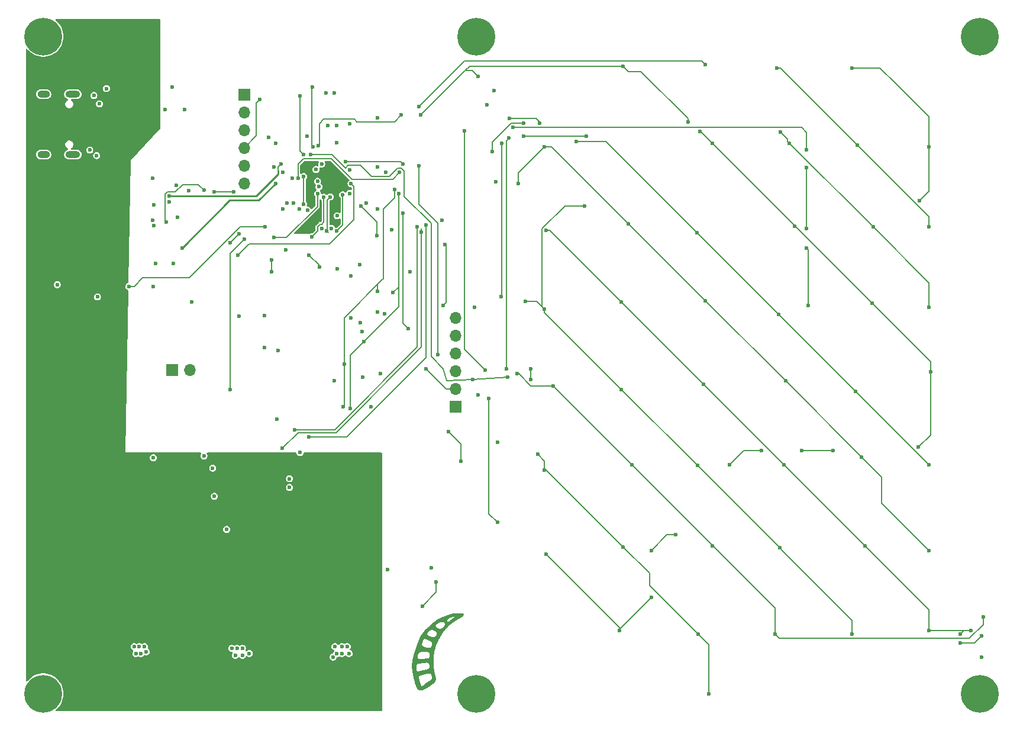
<source format=gbr>
%TF.GenerationSoftware,KiCad,Pcbnew,8.0.9-8.0.9-0~ubuntu22.04.1*%
%TF.CreationDate,2025-08-02T16:06:54-04:00*%
%TF.ProjectId,task-controller,7461736b-2d63-46f6-9e74-726f6c6c6572,rev?*%
%TF.SameCoordinates,Original*%
%TF.FileFunction,Copper,L4,Bot*%
%TF.FilePolarity,Positive*%
%FSLAX46Y46*%
G04 Gerber Fmt 4.6, Leading zero omitted, Abs format (unit mm)*
G04 Created by KiCad (PCBNEW 8.0.9-8.0.9-0~ubuntu22.04.1) date 2025-08-02 16:06:54*
%MOMM*%
%LPD*%
G01*
G04 APERTURE LIST*
%TA.AperFunction,EtchedComponent*%
%ADD10C,0.000000*%
%TD*%
%TA.AperFunction,ComponentPad*%
%ADD11R,1.700000X1.700000*%
%TD*%
%TA.AperFunction,ComponentPad*%
%ADD12O,1.700000X1.700000*%
%TD*%
%TA.AperFunction,ComponentPad*%
%ADD13C,3.100000*%
%TD*%
%TA.AperFunction,ConnectorPad*%
%ADD14C,5.400000*%
%TD*%
%TA.AperFunction,HeatsinkPad*%
%ADD15O,2.100000X1.000000*%
%TD*%
%TA.AperFunction,HeatsinkPad*%
%ADD16O,1.800000X1.000000*%
%TD*%
%TA.AperFunction,ViaPad*%
%ADD17C,0.600000*%
%TD*%
%TA.AperFunction,Conductor*%
%ADD18C,0.200000*%
%TD*%
%TA.AperFunction,Conductor*%
%ADD19C,0.250000*%
%TD*%
G04 APERTURE END LIST*
D10*
%TA.AperFunction,EtchedComponent*%
%TO.C,G2*%
G36*
X62892759Y-86016108D02*
G01*
X62843814Y-86053518D01*
X62794133Y-86089130D01*
X62743117Y-86123429D01*
X62690168Y-86156900D01*
X62684656Y-86160256D01*
X62669997Y-86169032D01*
X62652065Y-86179615D01*
X62631819Y-86191447D01*
X62610213Y-86203972D01*
X62588203Y-86216631D01*
X62566746Y-86228867D01*
X62549425Y-86238699D01*
X62496227Y-86268927D01*
X62447308Y-86296791D01*
X62402354Y-86322480D01*
X62361054Y-86346187D01*
X62323098Y-86368104D01*
X62288172Y-86388421D01*
X62255965Y-86407330D01*
X62226166Y-86425023D01*
X62198463Y-86441691D01*
X62172544Y-86457525D01*
X62148098Y-86472718D01*
X62124813Y-86487461D01*
X62102377Y-86501945D01*
X62080478Y-86516361D01*
X62058806Y-86530902D01*
X62037048Y-86545758D01*
X62014893Y-86561121D01*
X61992028Y-86577183D01*
X61968143Y-86594136D01*
X61942925Y-86612170D01*
X61913477Y-86633280D01*
X61877759Y-86658842D01*
X61845449Y-86681903D01*
X61816010Y-86702836D01*
X61788908Y-86722010D01*
X61763608Y-86739799D01*
X61739576Y-86756572D01*
X61716276Y-86772702D01*
X61693175Y-86788560D01*
X61669737Y-86804516D01*
X61645428Y-86820943D01*
X61619713Y-86838212D01*
X61592057Y-86856693D01*
X61561925Y-86876759D01*
X61539113Y-86891949D01*
X61495275Y-86921254D01*
X61455403Y-86948099D01*
X61419113Y-86972760D01*
X61386026Y-86995517D01*
X61355759Y-87016649D01*
X61327932Y-87036434D01*
X61319657Y-87042445D01*
X61302164Y-87055150D01*
X61278072Y-87073077D01*
X61255276Y-87090492D01*
X61233394Y-87107674D01*
X61212046Y-87124903D01*
X61190849Y-87142456D01*
X61169423Y-87160612D01*
X61147387Y-87179650D01*
X61107523Y-87215085D01*
X61063303Y-87255808D01*
X61016701Y-87300023D01*
X60968118Y-87347304D01*
X60917957Y-87397223D01*
X60866619Y-87449353D01*
X60814507Y-87503267D01*
X60762021Y-87558538D01*
X60709565Y-87614740D01*
X60657539Y-87671445D01*
X60606346Y-87728226D01*
X60556388Y-87784656D01*
X60508066Y-87840308D01*
X60461783Y-87894755D01*
X60417939Y-87947570D01*
X60376938Y-87998326D01*
X60342828Y-88041777D01*
X60302145Y-88095163D01*
X60261685Y-88150028D01*
X60221192Y-88206757D01*
X60180407Y-88265733D01*
X60139074Y-88327342D01*
X60107207Y-88376216D01*
X60096935Y-88391969D01*
X60053731Y-88459997D01*
X60009207Y-88531813D01*
X59963104Y-88607800D01*
X59915165Y-88688343D01*
X59899255Y-88715390D01*
X59830749Y-88833875D01*
X59765215Y-88950695D01*
X59702311Y-89066551D01*
X59641694Y-89182145D01*
X59583022Y-89298177D01*
X59525950Y-89415349D01*
X59470136Y-89534361D01*
X59415238Y-89655916D01*
X59360911Y-89780714D01*
X59339678Y-89831246D01*
X59306814Y-89909456D01*
X59252603Y-90042844D01*
X59246878Y-90057180D01*
X59217897Y-90130713D01*
X59191232Y-90200098D01*
X59166720Y-90265835D01*
X59144193Y-90328424D01*
X59123488Y-90388364D01*
X59104438Y-90446153D01*
X59086878Y-90502293D01*
X59070642Y-90557283D01*
X59055566Y-90611621D01*
X59041484Y-90665808D01*
X59028230Y-90720342D01*
X59014834Y-90779495D01*
X58999836Y-90850765D01*
X58985021Y-90926355D01*
X58970466Y-91005710D01*
X58956249Y-91088276D01*
X58942446Y-91173497D01*
X58929134Y-91260820D01*
X58916390Y-91349691D01*
X58907020Y-91419277D01*
X58904290Y-91439554D01*
X58892912Y-91529855D01*
X58882332Y-91620039D01*
X58872627Y-91709552D01*
X58863873Y-91797840D01*
X58856148Y-91884348D01*
X58849529Y-91968521D01*
X58844091Y-92049805D01*
X58842742Y-92072930D01*
X58836799Y-92206616D01*
X58833819Y-92342597D01*
X58833806Y-92479183D01*
X58836762Y-92614685D01*
X58842691Y-92747411D01*
X58847469Y-92823702D01*
X58856067Y-92936483D01*
X58866579Y-93051805D01*
X58867421Y-93059804D01*
X58878880Y-93168691D01*
X58892844Y-93286160D01*
X58908347Y-93403235D01*
X58925264Y-93518937D01*
X58943470Y-93632288D01*
X58962840Y-93742308D01*
X58983248Y-93848018D01*
X58989202Y-93877205D01*
X58997709Y-93917981D01*
X59006150Y-93957211D01*
X59014722Y-93995732D01*
X59023622Y-94034381D01*
X59033046Y-94073994D01*
X59043192Y-94115410D01*
X59054256Y-94159465D01*
X59066436Y-94206995D01*
X59079929Y-94258838D01*
X59091378Y-94302752D01*
X59104841Y-94355031D01*
X59116951Y-94402910D01*
X59127798Y-94446810D01*
X59137471Y-94487154D01*
X59146060Y-94524362D01*
X59153654Y-94558857D01*
X59160344Y-94591059D01*
X59166218Y-94621391D01*
X59171368Y-94650272D01*
X59175881Y-94678126D01*
X59179848Y-94705374D01*
X59182194Y-94723457D01*
X59183359Y-94732436D01*
X59186503Y-94759735D01*
X59187598Y-94772401D01*
X59188635Y-94791204D01*
X59189379Y-94813025D01*
X59189830Y-94836816D01*
X59189990Y-94861530D01*
X59189857Y-94886121D01*
X59189434Y-94909541D01*
X59188719Y-94930744D01*
X59187715Y-94948682D01*
X59186420Y-94962309D01*
X59183724Y-94981246D01*
X59175052Y-95027039D01*
X59163379Y-95071694D01*
X59148545Y-95115435D01*
X59130391Y-95158483D01*
X59108758Y-95201062D01*
X59083487Y-95243394D01*
X59054418Y-95285703D01*
X59021393Y-95328211D01*
X58984253Y-95371141D01*
X58942839Y-95414716D01*
X58896991Y-95459159D01*
X58846551Y-95504692D01*
X58791359Y-95551538D01*
X58731256Y-95599920D01*
X58716911Y-95611155D01*
X58662698Y-95652936D01*
X58604785Y-95696596D01*
X58543952Y-95741578D01*
X58480982Y-95787328D01*
X58416657Y-95833291D01*
X58351759Y-95878910D01*
X58287069Y-95923631D01*
X58223370Y-95966898D01*
X58161443Y-96008157D01*
X58102070Y-96046850D01*
X58098884Y-96048900D01*
X58021430Y-96098336D01*
X57947887Y-96144462D01*
X57878043Y-96187389D01*
X57811687Y-96227228D01*
X57748608Y-96264090D01*
X57688595Y-96298087D01*
X57631435Y-96329329D01*
X57576918Y-96357927D01*
X57524832Y-96383993D01*
X57474965Y-96407636D01*
X57427107Y-96428969D01*
X57381046Y-96448103D01*
X57336569Y-96465147D01*
X57293467Y-96480214D01*
X57251528Y-96493414D01*
X57249036Y-96494148D01*
X57224593Y-96500876D01*
X57197864Y-96507496D01*
X57170084Y-96513753D01*
X57142484Y-96519394D01*
X57116299Y-96524166D01*
X57092760Y-96527816D01*
X57073102Y-96530089D01*
X57062032Y-96530753D01*
X57046581Y-96531210D01*
X57028613Y-96531420D01*
X57009443Y-96531393D01*
X56990383Y-96531140D01*
X56972746Y-96530670D01*
X56957846Y-96529994D01*
X56946996Y-96529121D01*
X56931616Y-96527077D01*
X56883780Y-96517167D01*
X56837039Y-96502016D01*
X56791410Y-96481634D01*
X56746911Y-96456034D01*
X56703560Y-96425229D01*
X56661373Y-96389231D01*
X56620370Y-96348051D01*
X56580567Y-96301702D01*
X56541982Y-96250196D01*
X56528410Y-96230426D01*
X56494328Y-96176898D01*
X56460484Y-96118196D01*
X56426933Y-96054456D01*
X56393734Y-95985815D01*
X56360944Y-95912409D01*
X56328619Y-95834374D01*
X56296818Y-95751846D01*
X56265598Y-95664962D01*
X56235015Y-95573857D01*
X56205127Y-95478668D01*
X56175991Y-95379531D01*
X56167230Y-95348388D01*
X56157342Y-95312408D01*
X56147331Y-95275072D01*
X56137118Y-95236056D01*
X56126625Y-95195035D01*
X56115773Y-95151683D01*
X56104482Y-95105675D01*
X56092673Y-95056685D01*
X56080268Y-95004389D01*
X56067188Y-94948461D01*
X56053352Y-94888576D01*
X56038684Y-94824409D01*
X56023102Y-94755633D01*
X56006529Y-94681925D01*
X56003354Y-94667746D01*
X55995479Y-94632359D01*
X56773747Y-94632359D01*
X56774314Y-94672582D01*
X56776714Y-94715566D01*
X56780890Y-94760433D01*
X56786784Y-94806304D01*
X56794340Y-94852302D01*
X56798452Y-94874165D01*
X56803799Y-94900805D01*
X56809577Y-94927566D01*
X56815902Y-94954860D01*
X56822893Y-94983097D01*
X56830664Y-95012687D01*
X56839332Y-95044040D01*
X56849015Y-95077566D01*
X56859827Y-95113675D01*
X56871887Y-95152779D01*
X56885310Y-95195286D01*
X56900213Y-95241607D01*
X56916712Y-95292153D01*
X56934923Y-95347334D01*
X56941818Y-95368181D01*
X56952419Y-95400404D01*
X56963126Y-95433141D01*
X56973681Y-95465590D01*
X56983825Y-95496952D01*
X56993300Y-95526426D01*
X57001847Y-95553212D01*
X57009208Y-95576510D01*
X57015124Y-95595520D01*
X57021323Y-95615583D01*
X57033845Y-95655469D01*
X57045226Y-95690726D01*
X57055615Y-95721739D01*
X57065158Y-95748893D01*
X57074002Y-95772574D01*
X57082293Y-95793167D01*
X57090178Y-95811058D01*
X57097804Y-95826631D01*
X57105317Y-95840273D01*
X57112864Y-95852369D01*
X57123977Y-95867370D01*
X57137380Y-95882024D01*
X57150979Y-95893741D01*
X57163705Y-95901487D01*
X57166542Y-95902682D01*
X57179660Y-95906040D01*
X57194347Y-95906388D01*
X57210824Y-95903615D01*
X57229316Y-95897613D01*
X57250045Y-95888271D01*
X57273235Y-95875479D01*
X57299110Y-95859127D01*
X57327892Y-95839106D01*
X57359806Y-95815305D01*
X57395073Y-95787615D01*
X57400185Y-95783480D01*
X57410476Y-95775059D01*
X57423912Y-95763992D01*
X57439928Y-95750748D01*
X57457959Y-95735793D01*
X57477440Y-95719597D01*
X57497808Y-95702626D01*
X57518496Y-95685349D01*
X57530834Y-95675041D01*
X57569399Y-95642950D01*
X57604693Y-95613805D01*
X57637299Y-95587148D01*
X57667798Y-95562516D01*
X57696772Y-95539449D01*
X57724803Y-95517487D01*
X57752472Y-95496170D01*
X57780361Y-95475035D01*
X57809052Y-95453623D01*
X57839126Y-95431474D01*
X57849881Y-95423615D01*
X57901561Y-95386336D01*
X57952975Y-95350095D01*
X58004850Y-95314406D01*
X58057913Y-95278788D01*
X58112892Y-95242756D01*
X58170513Y-95205826D01*
X58231505Y-95167516D01*
X58296595Y-95127341D01*
X58327982Y-95108031D01*
X58359946Y-95088117D01*
X58388073Y-95070259D01*
X58412808Y-95054144D01*
X58434594Y-95039457D01*
X58453877Y-95025886D01*
X58471101Y-95013116D01*
X58486711Y-95000833D01*
X58501151Y-94988723D01*
X58514865Y-94976473D01*
X58528299Y-94963769D01*
X58552817Y-94938333D01*
X58576022Y-94909728D01*
X58594734Y-94880656D01*
X58609372Y-94850361D01*
X58620353Y-94818086D01*
X58628096Y-94783072D01*
X58630698Y-94765034D01*
X58633506Y-94723457D01*
X58632503Y-94678746D01*
X58627758Y-94631270D01*
X58619339Y-94581397D01*
X58607314Y-94529496D01*
X58591753Y-94475937D01*
X58572725Y-94421089D01*
X58550297Y-94365319D01*
X58546788Y-94357250D01*
X58524294Y-94310020D01*
X58500635Y-94267925D01*
X58475712Y-94230858D01*
X58449428Y-94198708D01*
X58421686Y-94171368D01*
X58392390Y-94148729D01*
X58361443Y-94130681D01*
X58328746Y-94117117D01*
X58321341Y-94114717D01*
X58299740Y-94108957D01*
X58277206Y-94104921D01*
X58252669Y-94102489D01*
X58225056Y-94101541D01*
X58193295Y-94101957D01*
X58189850Y-94102071D01*
X58159202Y-94103682D01*
X58127070Y-94106463D01*
X58093007Y-94110490D01*
X58056566Y-94115839D01*
X58017299Y-94122587D01*
X57974759Y-94130810D01*
X57928499Y-94140584D01*
X57878071Y-94151985D01*
X57823028Y-94165091D01*
X57819757Y-94165887D01*
X57799937Y-94170761D01*
X57776260Y-94176645D01*
X57749230Y-94183411D01*
X57719349Y-94190930D01*
X57687122Y-94199073D01*
X57653052Y-94207711D01*
X57617642Y-94216715D01*
X57581395Y-94225956D01*
X57544815Y-94235305D01*
X57508405Y-94244633D01*
X57472668Y-94253812D01*
X57438108Y-94262712D01*
X57405229Y-94271205D01*
X57374533Y-94279161D01*
X57346524Y-94286452D01*
X57321706Y-94292948D01*
X57300581Y-94298522D01*
X57283653Y-94303042D01*
X57271426Y-94306382D01*
X57209997Y-94323872D01*
X57151870Y-94341237D01*
X57098699Y-94358042D01*
X57050299Y-94374363D01*
X57006487Y-94390277D01*
X56967077Y-94405860D01*
X56931887Y-94421189D01*
X56900731Y-94436340D01*
X56873425Y-94451389D01*
X56849785Y-94466413D01*
X56829627Y-94481489D01*
X56812767Y-94496693D01*
X56805007Y-94504764D01*
X56795023Y-94516872D01*
X56787794Y-94528884D01*
X56782714Y-94542162D01*
X56779177Y-94558070D01*
X56776575Y-94577972D01*
X56775069Y-94595775D01*
X56773747Y-94632359D01*
X55995479Y-94632359D01*
X55981914Y-94571408D01*
X55961810Y-94479926D01*
X55942993Y-94393012D01*
X55925415Y-94310379D01*
X55909031Y-94231739D01*
X55893793Y-94156806D01*
X55879652Y-94085293D01*
X55866563Y-94016912D01*
X55854478Y-93951377D01*
X55843349Y-93888399D01*
X55833130Y-93827693D01*
X55823773Y-93768970D01*
X55815231Y-93711944D01*
X55807456Y-93656328D01*
X55800402Y-93601834D01*
X55794021Y-93548176D01*
X55788265Y-93495065D01*
X55783089Y-93442216D01*
X55778443Y-93389340D01*
X55774282Y-93336152D01*
X55770558Y-93282362D01*
X55767223Y-93227686D01*
X55766921Y-93221938D01*
X55766772Y-93218165D01*
X56390956Y-93218165D01*
X56391930Y-93271089D01*
X56394693Y-93324287D01*
X56399155Y-93377067D01*
X56405228Y-93428737D01*
X56412822Y-93478607D01*
X56421846Y-93525984D01*
X56432213Y-93570178D01*
X56443833Y-93610497D01*
X56456615Y-93646249D01*
X56459734Y-93653824D01*
X56474690Y-93685083D01*
X56491187Y-93711428D01*
X56509527Y-93733125D01*
X56530010Y-93750439D01*
X56552939Y-93763635D01*
X56578615Y-93772979D01*
X56607340Y-93778735D01*
X56610646Y-93779157D01*
X56632452Y-93781018D01*
X56656016Y-93781425D01*
X56681891Y-93780328D01*
X56710630Y-93777678D01*
X56742784Y-93773427D01*
X56778906Y-93767525D01*
X56819549Y-93759923D01*
X56826393Y-93758571D01*
X56846374Y-93754536D01*
X56866666Y-93750295D01*
X56887757Y-93745735D01*
X56910136Y-93740739D01*
X56934290Y-93735195D01*
X56960709Y-93728988D01*
X56989879Y-93722004D01*
X57022291Y-93714128D01*
X57058432Y-93705247D01*
X57098789Y-93695245D01*
X57143853Y-93684008D01*
X57167213Y-93678177D01*
X57212397Y-93666955D01*
X57253497Y-93656843D01*
X57291260Y-93647671D01*
X57326435Y-93639269D01*
X57359769Y-93631467D01*
X57392009Y-93624096D01*
X57423903Y-93616985D01*
X57456199Y-93609965D01*
X57489645Y-93602866D01*
X57524987Y-93595518D01*
X57562975Y-93587751D01*
X57604355Y-93579395D01*
X57614657Y-93577323D01*
X57656423Y-93568880D01*
X57693497Y-93561304D01*
X57726349Y-93554490D01*
X57755450Y-93548332D01*
X57781274Y-93542724D01*
X57804290Y-93537563D01*
X57824971Y-93532742D01*
X57843789Y-93528155D01*
X57861214Y-93523699D01*
X57877718Y-93519266D01*
X57893773Y-93514753D01*
X57931844Y-93503319D01*
X57978150Y-93487734D01*
X58019756Y-93471575D01*
X58057039Y-93454652D01*
X58090378Y-93436776D01*
X58120148Y-93417755D01*
X58146729Y-93397400D01*
X58170496Y-93375522D01*
X58182491Y-93362876D01*
X58205075Y-93335308D01*
X58224243Y-93305972D01*
X58240303Y-93274218D01*
X58253560Y-93239393D01*
X58264322Y-93200846D01*
X58272894Y-93157925D01*
X58274018Y-93150174D01*
X58275856Y-93131745D01*
X58277244Y-93109754D01*
X58278167Y-93085381D01*
X58278610Y-93059804D01*
X58278557Y-93034202D01*
X58277994Y-93009752D01*
X58276907Y-92987634D01*
X58275280Y-92969026D01*
X58273045Y-92951283D01*
X58263444Y-92895648D01*
X58250359Y-92843765D01*
X58233829Y-92795746D01*
X58213890Y-92751706D01*
X58190580Y-92711757D01*
X58177726Y-92693598D01*
X58155017Y-92667044D01*
X58129743Y-92643912D01*
X58101673Y-92624118D01*
X58070571Y-92607576D01*
X58036206Y-92594200D01*
X57998344Y-92583907D01*
X57956753Y-92576610D01*
X57911198Y-92572226D01*
X57861447Y-92570668D01*
X57807266Y-92571851D01*
X57792814Y-92572546D01*
X57773699Y-92573636D01*
X57754541Y-92574955D01*
X57734862Y-92576558D01*
X57714183Y-92578502D01*
X57692027Y-92580843D01*
X57667916Y-92583636D01*
X57641373Y-92586937D01*
X57611919Y-92590803D01*
X57579077Y-92595288D01*
X57542369Y-92600450D01*
X57501317Y-92606344D01*
X57455443Y-92613026D01*
X57435915Y-92615869D01*
X57401021Y-92620854D01*
X57367219Y-92625542D01*
X57333793Y-92630023D01*
X57300029Y-92634383D01*
X57265211Y-92638711D01*
X57228625Y-92643095D01*
X57189555Y-92647624D01*
X57147286Y-92652384D01*
X57101105Y-92657466D01*
X57050295Y-92662955D01*
X57039706Y-92664093D01*
X56989202Y-92669573D01*
X56943585Y-92674636D01*
X56902470Y-92679341D01*
X56865475Y-92683746D01*
X56832218Y-92687912D01*
X56802315Y-92691896D01*
X56775384Y-92695759D01*
X56751043Y-92699560D01*
X56728908Y-92703358D01*
X56708596Y-92707211D01*
X56689726Y-92711181D01*
X56671914Y-92715325D01*
X56654777Y-92719702D01*
X56637933Y-92724373D01*
X56620999Y-92729396D01*
X56609593Y-92732984D01*
X56579252Y-92743864D01*
X56553072Y-92755598D01*
X56530157Y-92768677D01*
X56509609Y-92783591D01*
X56490532Y-92800832D01*
X56490402Y-92800961D01*
X56479337Y-92812285D01*
X56471061Y-92821737D01*
X56464362Y-92830989D01*
X56458026Y-92841716D01*
X56450841Y-92855590D01*
X56439035Y-92881892D01*
X56427029Y-92915921D01*
X56416784Y-92953965D01*
X56408254Y-92996250D01*
X56401396Y-93043000D01*
X56396166Y-93094440D01*
X56392518Y-93150797D01*
X56391861Y-93166205D01*
X56390956Y-93218165D01*
X55766772Y-93218165D01*
X55766146Y-93202366D01*
X55765484Y-93178375D01*
X55764936Y-93150665D01*
X55764503Y-93119933D01*
X55764183Y-93086879D01*
X55763977Y-93052200D01*
X55763885Y-93016597D01*
X55763906Y-92980766D01*
X55764041Y-92945408D01*
X55764290Y-92911220D01*
X55764653Y-92878901D01*
X55765129Y-92849150D01*
X55765719Y-92822666D01*
X55766422Y-92800147D01*
X55767240Y-92782291D01*
X55771707Y-92711150D01*
X55780370Y-92600308D01*
X55791051Y-92491645D01*
X55803868Y-92384513D01*
X55818939Y-92278262D01*
X55836379Y-92172242D01*
X55856306Y-92065803D01*
X55878838Y-91958297D01*
X55904090Y-91849073D01*
X55924163Y-91769331D01*
X56557675Y-91769331D01*
X56560458Y-91808818D01*
X56566117Y-91845306D01*
X56574658Y-91878415D01*
X56586090Y-91907768D01*
X56600418Y-91932986D01*
X56608795Y-91944233D01*
X56628221Y-91964661D01*
X56651321Y-91982326D01*
X56678295Y-91997313D01*
X56709344Y-92009711D01*
X56744667Y-92019606D01*
X56784466Y-92027085D01*
X56828940Y-92032235D01*
X56840992Y-92032988D01*
X56857383Y-92033601D01*
X56876899Y-92034061D01*
X56898415Y-92034361D01*
X56920807Y-92034495D01*
X56942949Y-92034455D01*
X56963718Y-92034235D01*
X56981987Y-92033828D01*
X56996633Y-92033228D01*
X57000694Y-92032993D01*
X57023223Y-92031516D01*
X57050197Y-92029503D01*
X57080882Y-92027019D01*
X57114542Y-92024126D01*
X57150444Y-92020886D01*
X57187854Y-92017362D01*
X57226038Y-92013618D01*
X57244603Y-92011773D01*
X57296906Y-92006722D01*
X57346015Y-92002232D01*
X57392999Y-91998226D01*
X57438929Y-91994626D01*
X57484874Y-91991355D01*
X57531906Y-91988334D01*
X57581093Y-91985488D01*
X57633505Y-91982737D01*
X57690214Y-91980006D01*
X57703686Y-91979377D01*
X57744281Y-91977430D01*
X57780207Y-91975609D01*
X57811999Y-91973875D01*
X57840187Y-91972187D01*
X57865305Y-91970506D01*
X57887884Y-91968793D01*
X57908457Y-91967008D01*
X57927555Y-91965112D01*
X57945712Y-91963065D01*
X57963460Y-91960826D01*
X57981330Y-91958358D01*
X58015302Y-91952887D01*
X58054066Y-91944782D01*
X58088189Y-91935251D01*
X58118005Y-91924147D01*
X58143848Y-91911320D01*
X58166052Y-91896624D01*
X58184952Y-91879908D01*
X58200883Y-91861027D01*
X58215716Y-91838326D01*
X58231036Y-91809132D01*
X58245138Y-91775614D01*
X58258159Y-91737445D01*
X58270234Y-91694299D01*
X58282521Y-91641195D01*
X58292172Y-91587542D01*
X58298891Y-91533700D01*
X58302871Y-91478127D01*
X58304301Y-91419277D01*
X58304234Y-91401491D01*
X58302461Y-91351812D01*
X58298311Y-91306792D01*
X58291756Y-91266303D01*
X58282764Y-91230218D01*
X58271306Y-91198408D01*
X58257352Y-91170745D01*
X58240872Y-91147101D01*
X58235807Y-91141211D01*
X58221010Y-91126709D01*
X58203499Y-91113128D01*
X58182979Y-91100350D01*
X58159155Y-91088258D01*
X58131734Y-91076736D01*
X58100420Y-91065666D01*
X58064919Y-91054931D01*
X58024937Y-91044414D01*
X57980179Y-91033998D01*
X57930352Y-91023565D01*
X57887310Y-91015352D01*
X57813797Y-91003026D01*
X57739643Y-90992642D01*
X57665460Y-90984232D01*
X57591861Y-90977830D01*
X57519459Y-90973470D01*
X57448868Y-90971185D01*
X57380699Y-90971009D01*
X57315567Y-90972975D01*
X57254084Y-90977117D01*
X57196863Y-90983469D01*
X57154403Y-90990093D01*
X57091284Y-91003415D01*
X57032021Y-91020406D01*
X56976530Y-91041118D01*
X56924729Y-91065600D01*
X56876534Y-91093903D01*
X56831862Y-91126079D01*
X56790631Y-91162177D01*
X56752757Y-91202248D01*
X56718158Y-91246343D01*
X56686749Y-91294513D01*
X56677703Y-91310270D01*
X56659022Y-91346054D01*
X56640891Y-91384985D01*
X56623983Y-91425581D01*
X56608968Y-91466361D01*
X56600987Y-91490581D01*
X56586659Y-91540128D01*
X56575166Y-91588943D01*
X56566514Y-91636650D01*
X56560710Y-91682868D01*
X56557762Y-91727222D01*
X56557675Y-91769331D01*
X55924163Y-91769331D01*
X55932180Y-91737481D01*
X55963225Y-91622873D01*
X55997341Y-91504599D01*
X56002399Y-91487581D01*
X56010772Y-91459557D01*
X56019079Y-91431973D01*
X56027490Y-91404276D01*
X56036178Y-91375911D01*
X56045316Y-91346323D01*
X56055075Y-91314958D01*
X56065628Y-91281261D01*
X56077146Y-91244677D01*
X56089803Y-91204653D01*
X56103769Y-91160633D01*
X56119218Y-91112062D01*
X56128906Y-91081633D01*
X56137839Y-91053562D01*
X56146065Y-91027694D01*
X56153720Y-91003600D01*
X56160939Y-90980847D01*
X56167857Y-90959005D01*
X56174609Y-90937643D01*
X56181331Y-90916330D01*
X56188158Y-90894634D01*
X56195225Y-90872124D01*
X56202669Y-90848371D01*
X56210623Y-90822941D01*
X56219224Y-90795405D01*
X56228607Y-90765332D01*
X56238907Y-90732289D01*
X56250260Y-90695847D01*
X56262800Y-90655574D01*
X56276664Y-90611039D01*
X56291986Y-90561811D01*
X56305790Y-90517499D01*
X56329575Y-90441358D01*
X56352008Y-90369849D01*
X56373196Y-90302641D01*
X56393248Y-90239404D01*
X56412272Y-90179807D01*
X56430378Y-90123519D01*
X56447674Y-90070209D01*
X56464267Y-90019548D01*
X56480268Y-89971203D01*
X56492100Y-89935853D01*
X57212714Y-89935853D01*
X57213002Y-89961028D01*
X57213894Y-89984476D01*
X57215392Y-90004995D01*
X57217496Y-90021383D01*
X57217527Y-90021563D01*
X57225368Y-90056445D01*
X57236314Y-90087357D01*
X57250786Y-90114976D01*
X57269207Y-90139978D01*
X57291999Y-90163040D01*
X57319586Y-90184836D01*
X57333877Y-90194524D01*
X57366110Y-90213837D01*
X57403015Y-90233088D01*
X57444130Y-90252146D01*
X57488992Y-90270880D01*
X57537142Y-90289157D01*
X57588116Y-90306845D01*
X57641453Y-90323814D01*
X57696693Y-90339931D01*
X57753374Y-90355064D01*
X57811033Y-90369082D01*
X57869210Y-90381853D01*
X57927443Y-90393245D01*
X57985271Y-90403126D01*
X58042232Y-90411366D01*
X58097865Y-90417831D01*
X58151707Y-90422390D01*
X58153645Y-90422519D01*
X58207042Y-90424539D01*
X58256341Y-90423265D01*
X58301725Y-90418631D01*
X58343379Y-90410571D01*
X58381487Y-90399016D01*
X58416234Y-90383899D01*
X58447804Y-90365154D01*
X58476382Y-90342713D01*
X58502153Y-90316510D01*
X58525300Y-90286476D01*
X58530515Y-90278684D01*
X58552227Y-90242099D01*
X58572032Y-90201980D01*
X58589810Y-90158971D01*
X58605443Y-90113719D01*
X58618815Y-90066868D01*
X58629807Y-90019066D01*
X58638300Y-89970956D01*
X58644178Y-89923186D01*
X58647322Y-89876401D01*
X58647614Y-89831246D01*
X58644937Y-89788367D01*
X58639172Y-89748410D01*
X58630201Y-89712021D01*
X58625505Y-89698167D01*
X58616278Y-89676568D01*
X58604802Y-89655787D01*
X58590794Y-89635570D01*
X58573971Y-89615662D01*
X58554048Y-89595810D01*
X58530744Y-89575758D01*
X58503775Y-89555253D01*
X58472857Y-89534040D01*
X58437707Y-89511865D01*
X58398043Y-89488474D01*
X58353581Y-89463611D01*
X58324038Y-89447704D01*
X58275480Y-89422457D01*
X58223636Y-89396457D01*
X58169613Y-89370222D01*
X58114518Y-89344271D01*
X58059457Y-89319123D01*
X58005537Y-89295296D01*
X57953865Y-89273308D01*
X57905547Y-89253679D01*
X57892823Y-89248683D01*
X57849361Y-89232144D01*
X57809818Y-89218023D01*
X57773596Y-89206153D01*
X57740101Y-89196369D01*
X57708735Y-89188506D01*
X57678904Y-89182398D01*
X57650010Y-89177879D01*
X57621458Y-89174784D01*
X57605580Y-89173698D01*
X57579673Y-89173492D01*
X57557125Y-89175775D01*
X57536932Y-89180752D01*
X57518094Y-89188627D01*
X57499608Y-89199604D01*
X57480886Y-89214093D01*
X57458869Y-89235577D01*
X57436740Y-89261675D01*
X57414672Y-89291995D01*
X57392838Y-89326142D01*
X57371411Y-89363722D01*
X57350565Y-89404340D01*
X57330472Y-89447603D01*
X57311306Y-89493117D01*
X57293239Y-89540486D01*
X57276445Y-89589318D01*
X57261097Y-89639218D01*
X57247368Y-89689792D01*
X57235432Y-89740646D01*
X57225460Y-89791385D01*
X57217627Y-89841615D01*
X57217589Y-89841902D01*
X57215468Y-89861974D01*
X57213948Y-89885125D01*
X57213030Y-89910151D01*
X57212714Y-89935853D01*
X56492100Y-89935853D01*
X56495784Y-89924845D01*
X56510924Y-89880143D01*
X56525796Y-89836766D01*
X56540510Y-89794384D01*
X56555173Y-89752665D01*
X56569894Y-89711280D01*
X56584782Y-89669897D01*
X56590904Y-89653013D01*
X56634333Y-89535778D01*
X56677598Y-89423556D01*
X56720874Y-89316047D01*
X56764334Y-89212954D01*
X56808150Y-89113977D01*
X56852496Y-89018816D01*
X56897545Y-88927173D01*
X56943471Y-88838749D01*
X56990446Y-88753244D01*
X57038643Y-88670361D01*
X57088237Y-88589798D01*
X57139400Y-88511259D01*
X57184095Y-88446363D01*
X57962949Y-88446363D01*
X57963251Y-88462503D01*
X57964356Y-88480311D01*
X57967051Y-88499349D01*
X57971675Y-88516302D01*
X57978741Y-88532943D01*
X57988758Y-88551045D01*
X57998951Y-88566513D01*
X58019705Y-88592213D01*
X58045106Y-88617989D01*
X58074735Y-88643464D01*
X58108173Y-88668258D01*
X58144999Y-88691994D01*
X58157997Y-88699468D01*
X58177205Y-88709797D01*
X58199642Y-88721292D01*
X58224358Y-88733500D01*
X58250405Y-88745968D01*
X58276834Y-88758242D01*
X58302694Y-88769870D01*
X58327038Y-88780398D01*
X58348915Y-88789372D01*
X58351278Y-88790305D01*
X58398252Y-88808120D01*
X58447085Y-88825323D01*
X58496950Y-88841679D01*
X58547020Y-88856955D01*
X58596468Y-88870916D01*
X58644467Y-88883330D01*
X58690191Y-88893961D01*
X58732812Y-88902576D01*
X58771503Y-88908941D01*
X58787315Y-88911024D01*
X58828035Y-88914701D01*
X58865107Y-88915313D01*
X58899126Y-88912793D01*
X58930689Y-88907080D01*
X58960393Y-88898110D01*
X58988834Y-88885819D01*
X59010391Y-88874250D01*
X59048869Y-88849618D01*
X59086569Y-88820568D01*
X59123097Y-88787648D01*
X59158058Y-88751404D01*
X59191057Y-88712384D01*
X59221699Y-88671136D01*
X59249589Y-88628207D01*
X59274332Y-88584144D01*
X59295534Y-88539494D01*
X59312799Y-88494805D01*
X59325733Y-88450624D01*
X59333940Y-88407499D01*
X59335080Y-88396526D01*
X59335921Y-88376216D01*
X59335558Y-88354529D01*
X59334079Y-88333136D01*
X59331571Y-88313703D01*
X59328125Y-88297901D01*
X59321259Y-88277112D01*
X59306762Y-88244542D01*
X59287846Y-88212992D01*
X59264200Y-88181972D01*
X59235517Y-88150992D01*
X59223786Y-88139678D01*
X59185398Y-88106620D01*
X59142635Y-88075002D01*
X59096157Y-88045095D01*
X59046624Y-88017172D01*
X58994699Y-87991503D01*
X58941040Y-87968361D01*
X58886310Y-87948017D01*
X58831168Y-87930743D01*
X58776276Y-87916811D01*
X58722294Y-87906491D01*
X58669883Y-87900057D01*
X58619703Y-87897779D01*
X58584107Y-87898717D01*
X58528430Y-87904408D01*
X58473832Y-87915277D01*
X58420247Y-87931348D01*
X58367612Y-87952646D01*
X58315862Y-87979192D01*
X58264933Y-88011013D01*
X58214760Y-88048131D01*
X58203350Y-88057611D01*
X58185857Y-88073143D01*
X58166776Y-88090995D01*
X58147061Y-88110212D01*
X58127669Y-88129841D01*
X58109556Y-88148926D01*
X58093679Y-88166515D01*
X58080992Y-88181651D01*
X58062621Y-88205723D01*
X58037553Y-88241928D01*
X58015634Y-88277877D01*
X57997136Y-88313038D01*
X57982331Y-88346881D01*
X57971491Y-88378875D01*
X57964888Y-88408489D01*
X57963978Y-88416623D01*
X57963210Y-88430456D01*
X57962949Y-88446363D01*
X57184095Y-88446363D01*
X57192305Y-88434442D01*
X57247125Y-88359050D01*
X57304034Y-88284784D01*
X57363206Y-88211344D01*
X57424812Y-88138431D01*
X57489027Y-88065746D01*
X57556023Y-87992990D01*
X57557460Y-87991460D01*
X57571578Y-87976485D01*
X57585764Y-87961549D01*
X57600218Y-87946453D01*
X57615139Y-87931000D01*
X57630728Y-87914992D01*
X57647184Y-87898231D01*
X57664708Y-87880520D01*
X57683499Y-87861659D01*
X57703757Y-87841452D01*
X57725682Y-87819701D01*
X57749474Y-87796207D01*
X57775333Y-87770772D01*
X57803459Y-87743200D01*
X57834052Y-87713291D01*
X57867311Y-87680849D01*
X57903437Y-87645674D01*
X57942630Y-87607570D01*
X57985088Y-87566338D01*
X58031014Y-87521780D01*
X58080605Y-87473699D01*
X58120439Y-87435103D01*
X58165223Y-87391753D01*
X58206673Y-87351687D01*
X58245059Y-87314650D01*
X58269284Y-87291330D01*
X59165918Y-87291330D01*
X59165954Y-87302784D01*
X59166274Y-87312903D01*
X59167211Y-87320586D01*
X59169093Y-87327430D01*
X59172251Y-87335033D01*
X59177017Y-87344992D01*
X59177811Y-87346613D01*
X59186195Y-87362490D01*
X59195450Y-87377517D01*
X59206357Y-87392799D01*
X59219701Y-87409443D01*
X59236266Y-87428553D01*
X59246096Y-87439362D01*
X59276209Y-87470066D01*
X59309266Y-87500639D01*
X59344737Y-87530747D01*
X59382095Y-87560055D01*
X59420810Y-87588227D01*
X59460354Y-87614929D01*
X59500198Y-87639825D01*
X59539813Y-87662581D01*
X59578671Y-87682861D01*
X59616243Y-87700331D01*
X59652000Y-87714655D01*
X59685413Y-87725499D01*
X59715954Y-87732527D01*
X59733054Y-87734736D01*
X59756004Y-87736118D01*
X59780047Y-87736190D01*
X59803085Y-87734954D01*
X59823017Y-87732414D01*
X59844040Y-87727833D01*
X59873487Y-87718822D01*
X59903767Y-87706535D01*
X59935095Y-87690825D01*
X59967684Y-87671546D01*
X60001749Y-87648549D01*
X60037506Y-87621687D01*
X60075167Y-87590814D01*
X60114949Y-87555782D01*
X60157065Y-87516445D01*
X60201729Y-87472655D01*
X60207232Y-87467132D01*
X60254560Y-87418445D01*
X60297211Y-87372301D01*
X60335213Y-87328667D01*
X60368591Y-87287511D01*
X60397372Y-87248801D01*
X60421583Y-87212503D01*
X60441249Y-87178586D01*
X60444773Y-87171732D01*
X60453385Y-87153553D01*
X60462592Y-87132494D01*
X60471746Y-87110113D01*
X60480202Y-87087969D01*
X60487312Y-87067619D01*
X60489677Y-87059790D01*
X60491490Y-87051048D01*
X60491959Y-87042445D01*
X60490920Y-87033152D01*
X60488208Y-87022342D01*
X60483657Y-87009186D01*
X60477104Y-86992854D01*
X60468382Y-86972518D01*
X60465467Y-86965861D01*
X60450056Y-86931729D01*
X60435824Y-86902199D01*
X60422501Y-86876802D01*
X60409815Y-86855070D01*
X60397498Y-86836535D01*
X60385278Y-86820730D01*
X60372885Y-86807186D01*
X60370939Y-86805265D01*
X60360655Y-86796093D01*
X60350032Y-86788611D01*
X60338235Y-86782502D01*
X60324425Y-86777450D01*
X60307765Y-86773138D01*
X60287417Y-86769250D01*
X60262545Y-86765470D01*
X60246151Y-86763329D01*
X60222241Y-86760546D01*
X60194929Y-86757651D01*
X60165285Y-86754741D01*
X60134383Y-86751915D01*
X60103293Y-86749268D01*
X60073088Y-86746899D01*
X60044839Y-86744905D01*
X60019619Y-86743384D01*
X60014408Y-86743115D01*
X59973098Y-86741817D01*
X59935193Y-86742372D01*
X59899756Y-86744980D01*
X59865848Y-86749844D01*
X59832533Y-86757165D01*
X59798873Y-86767146D01*
X59763929Y-86779987D01*
X59726764Y-86795891D01*
X59686440Y-86815059D01*
X59675525Y-86820515D01*
X59614506Y-86853217D01*
X59553581Y-86889463D01*
X59493629Y-86928630D01*
X59435528Y-86970097D01*
X59380157Y-87013242D01*
X59328392Y-87057444D01*
X59281112Y-87102081D01*
X59272235Y-87111011D01*
X59247905Y-87136448D01*
X59227389Y-87159598D01*
X59210242Y-87181043D01*
X59196016Y-87201366D01*
X59184264Y-87221149D01*
X59174539Y-87240975D01*
X59173001Y-87244489D01*
X59169727Y-87252649D01*
X59167653Y-87259826D01*
X59166508Y-87267607D01*
X59166021Y-87277580D01*
X59165918Y-87291330D01*
X58269284Y-87291330D01*
X58280656Y-87280383D01*
X58313735Y-87248630D01*
X58344570Y-87219134D01*
X58373433Y-87191638D01*
X58400597Y-87165885D01*
X58426334Y-87141618D01*
X58450917Y-87118580D01*
X58474619Y-87096514D01*
X58497713Y-87075163D01*
X58520471Y-87054270D01*
X58543165Y-87033579D01*
X58566070Y-87012831D01*
X58589456Y-86991771D01*
X58613597Y-86970141D01*
X58638765Y-86947685D01*
X58707704Y-86886892D01*
X58790881Y-86815301D01*
X58871738Y-86747778D01*
X58950624Y-86684091D01*
X59027888Y-86624011D01*
X59103878Y-86567308D01*
X59178944Y-86513751D01*
X59179737Y-86513212D01*
X60807367Y-86513212D01*
X60808681Y-86527732D01*
X60809796Y-86531452D01*
X60813112Y-86541233D01*
X60817994Y-86554820D01*
X60824160Y-86571485D01*
X60831326Y-86590497D01*
X60839206Y-86611128D01*
X60847518Y-86632647D01*
X60855978Y-86654325D01*
X60864302Y-86675433D01*
X60872206Y-86695241D01*
X60879406Y-86713019D01*
X60885618Y-86728038D01*
X60890559Y-86739568D01*
X60893945Y-86746880D01*
X60897900Y-86753849D01*
X60902346Y-86758420D01*
X60907940Y-86759757D01*
X60915882Y-86758105D01*
X60927373Y-86753708D01*
X60936693Y-86749557D01*
X60947417Y-86744128D01*
X60958974Y-86737573D01*
X60971586Y-86729716D01*
X60985478Y-86720379D01*
X61000875Y-86709384D01*
X61018000Y-86696554D01*
X61037077Y-86681712D01*
X61058332Y-86664680D01*
X61081988Y-86645280D01*
X61108270Y-86623336D01*
X61137401Y-86598669D01*
X61169606Y-86571103D01*
X61205109Y-86540460D01*
X61244135Y-86506562D01*
X61286908Y-86469233D01*
X61301488Y-86456501D01*
X61353266Y-86411621D01*
X61401746Y-86370183D01*
X61447317Y-86331906D01*
X61490364Y-86296507D01*
X61531274Y-86263705D01*
X61570435Y-86233218D01*
X61608233Y-86204763D01*
X61645055Y-86178059D01*
X61681287Y-86152823D01*
X61717318Y-86128774D01*
X61753533Y-86105630D01*
X61790319Y-86083108D01*
X61828063Y-86060927D01*
X61867152Y-86038804D01*
X61907974Y-86016457D01*
X61917358Y-86011364D01*
X61933871Y-86002199D01*
X61946698Y-85994780D01*
X61955561Y-85989274D01*
X61960185Y-85985849D01*
X61960294Y-85984672D01*
X61957007Y-85984884D01*
X61948804Y-85985656D01*
X61936727Y-85986912D01*
X61921576Y-85988566D01*
X61904147Y-85990532D01*
X61885239Y-85992726D01*
X61826749Y-85999850D01*
X61758298Y-86008928D01*
X61694370Y-86018321D01*
X61634497Y-86028132D01*
X61578212Y-86038464D01*
X61525048Y-86049421D01*
X61474538Y-86061105D01*
X61426213Y-86073620D01*
X61379608Y-86087070D01*
X61334254Y-86101557D01*
X61289685Y-86117184D01*
X61245433Y-86134056D01*
X61206064Y-86150247D01*
X61148384Y-86176478D01*
X61095488Y-86203873D01*
X61047061Y-86232641D01*
X61002785Y-86262988D01*
X60962343Y-86295121D01*
X60925421Y-86329248D01*
X60891700Y-86365575D01*
X60884128Y-86374513D01*
X60861891Y-86402533D01*
X60843262Y-86428922D01*
X60828369Y-86453432D01*
X60817337Y-86475815D01*
X60810294Y-86495824D01*
X60807367Y-86513212D01*
X59179737Y-86513212D01*
X59253434Y-86463111D01*
X59327698Y-86415157D01*
X59402084Y-86369659D01*
X59476941Y-86326388D01*
X59552618Y-86285112D01*
X59629465Y-86245602D01*
X59707829Y-86207629D01*
X59788060Y-86170960D01*
X59870507Y-86135368D01*
X59896265Y-86124601D01*
X59925398Y-86112556D01*
X59954161Y-86100825D01*
X59982973Y-86089250D01*
X60012253Y-86077672D01*
X60042420Y-86065934D01*
X60073893Y-86053877D01*
X60107090Y-86041344D01*
X60142430Y-86028177D01*
X60180334Y-86014217D01*
X60221218Y-85999306D01*
X60265503Y-85983287D01*
X60313608Y-85966002D01*
X60365950Y-85947292D01*
X60422950Y-85927000D01*
X60473207Y-85909113D01*
X60521162Y-85891981D01*
X60565137Y-85876185D01*
X60605689Y-85861513D01*
X60643374Y-85847751D01*
X60678749Y-85834687D01*
X60712372Y-85822106D01*
X60744798Y-85809797D01*
X60776586Y-85797546D01*
X60808292Y-85785140D01*
X60840472Y-85772365D01*
X60873684Y-85759010D01*
X60908485Y-85744860D01*
X60945432Y-85729703D01*
X60985081Y-85713326D01*
X61027989Y-85695515D01*
X61032944Y-85693455D01*
X61082561Y-85672948D01*
X61127780Y-85654503D01*
X61169044Y-85637964D01*
X61206793Y-85623177D01*
X61241468Y-85609987D01*
X61273511Y-85598238D01*
X61303362Y-85587776D01*
X61331464Y-85578446D01*
X61358257Y-85570092D01*
X61384182Y-85562560D01*
X61409681Y-85555695D01*
X61435195Y-85549342D01*
X61461165Y-85543345D01*
X61469629Y-85541478D01*
X61495591Y-85536001D01*
X61521396Y-85530976D01*
X61547439Y-85526367D01*
X61574114Y-85522133D01*
X61601816Y-85518239D01*
X61630939Y-85514647D01*
X61661877Y-85511317D01*
X61695025Y-85508214D01*
X61730778Y-85505298D01*
X61769530Y-85502533D01*
X61811675Y-85499880D01*
X61857607Y-85497301D01*
X61907722Y-85494760D01*
X61962414Y-85492218D01*
X62022077Y-85489637D01*
X62078639Y-85487276D01*
X62148848Y-85484387D01*
X62214140Y-85481756D01*
X62274768Y-85479379D01*
X62330984Y-85477252D01*
X62383038Y-85475369D01*
X62431185Y-85473726D01*
X62475675Y-85472319D01*
X62516761Y-85471144D01*
X62554695Y-85470195D01*
X62589729Y-85469469D01*
X62622115Y-85468961D01*
X62652105Y-85468667D01*
X62679951Y-85468581D01*
X62705906Y-85468700D01*
X62730221Y-85469020D01*
X62753148Y-85469535D01*
X62774940Y-85470241D01*
X62795849Y-85471135D01*
X62816126Y-85472210D01*
X62836025Y-85473464D01*
X62855796Y-85474891D01*
X62872305Y-85476225D01*
X62927250Y-85481864D01*
X62977259Y-85489001D01*
X63022516Y-85497697D01*
X63063208Y-85508008D01*
X63099519Y-85519996D01*
X63131635Y-85533718D01*
X63159741Y-85549233D01*
X63184022Y-85566601D01*
X63204663Y-85585880D01*
X63205491Y-85586772D01*
X63218027Y-85601263D01*
X63226777Y-85614025D01*
X63232321Y-85626329D01*
X63235240Y-85639443D01*
X63236115Y-85654640D01*
X63236110Y-85656870D01*
X63235737Y-85666284D01*
X63234559Y-85675024D01*
X63232271Y-85683528D01*
X63228562Y-85692233D01*
X63223127Y-85701578D01*
X63215656Y-85712001D01*
X63205842Y-85723938D01*
X63193377Y-85737829D01*
X63177953Y-85754111D01*
X63159262Y-85773221D01*
X63136997Y-85795598D01*
X63093158Y-85838814D01*
X63041168Y-85888254D01*
X62990837Y-85933961D01*
X62941567Y-85976417D01*
X62931416Y-85984672D01*
X62892759Y-86016108D01*
G37*
%TD.AperFunction*%
%TD*%
D11*
%TO.P,J6,1,Pin_1*%
%TO.N,/RTX_(NC)*%
X62000000Y-55950000D03*
D12*
%TO.P,J6,2,Pin_2*%
%TO.N,/UART_RX*%
X62000000Y-53410000D03*
%TO.P,J6,3,Pin_3*%
%TO.N,/UART_TX*%
X62000000Y-50870000D03*
%TO.P,J6,4,Pin_4*%
%TO.N,/VCC_(NC)*%
X62000000Y-48330000D03*
%TO.P,J6,5,Pin_5*%
%TO.N,/CTS_(NC)*%
X62000000Y-45790000D03*
%TO.P,J6,6,Pin_6*%
%TO.N,GND*%
X62000000Y-43250000D03*
%TD*%
D13*
%TO.P,H3,1,1*%
%TO.N,GND*%
X137000000Y-3000000D03*
D14*
X137000000Y-3000000D03*
%TD*%
D15*
%TO.P,J1,S1,SHIELD*%
%TO.N,GND*%
X7250000Y-11250000D03*
D16*
X3050000Y-11250000D03*
D15*
X7250000Y-19890000D03*
D16*
X3050000Y-19890000D03*
%TD*%
D13*
%TO.P,H5,1,1*%
%TO.N,GND*%
X65000000Y-97000000D03*
D14*
X65000000Y-97000000D03*
%TD*%
D13*
%TO.P,H6,1,1*%
%TO.N,GND*%
X137000000Y-97000000D03*
D14*
X137000000Y-97000000D03*
%TD*%
D11*
%TO.P,J7,1,Pin_1*%
%TO.N,/PHOTORESISTOR*%
X21460000Y-50750000D03*
D12*
%TO.P,J7,2,Pin_2*%
%TO.N,GND*%
X24000000Y-50750000D03*
%TD*%
D13*
%TO.P,H4,1,1*%
%TO.N,GND*%
X3000000Y-97000000D03*
D14*
X3000000Y-97000000D03*
%TD*%
D13*
%TO.P,H1,1,1*%
%TO.N,GND*%
X3000000Y-3000000D03*
D14*
X3000000Y-3000000D03*
%TD*%
D13*
%TO.P,H2,1,1*%
%TO.N,GND*%
X65000000Y-3000000D03*
D14*
X65000000Y-3000000D03*
%TD*%
D11*
%TO.P,J8,1,Pin_1*%
%TO.N,/RESET*%
X31750000Y-11340000D03*
D12*
%TO.P,J8,2,Pin_2*%
%TO.N,+3V3*%
X31750000Y-13880000D03*
%TO.P,J8,3,Pin_3*%
%TO.N,/SWDIO*%
X31750000Y-16420000D03*
%TO.P,J8,4,Pin_4*%
%TO.N,/SWCLK*%
X31750000Y-18960000D03*
%TO.P,J8,5,Pin_5*%
%TO.N,unconnected-(J8-Pin_5-Pad5)*%
X31750000Y-21500000D03*
%TO.P,J8,6,Pin_6*%
%TO.N,GND*%
X31750000Y-24040000D03*
%TD*%
D17*
%TO.N,/Button Matrix/R5*%
X112500000Y-41500000D03*
X112250000Y-30500000D03*
X112250000Y-21750000D03*
X112250000Y-19250000D03*
X112250000Y-33250000D03*
%TO.N,/SPI_MISO*%
X26000000Y-25000000D03*
%TO.N,/Button Matrix/C2*%
X95250000Y-15250000D03*
X97000000Y-16600000D03*
%TO.N,/Button Matrix/C3*%
X108500000Y-16650000D03*
%TO.N,/Button Matrix/C1*%
X74000000Y-15400000D03*
X79250000Y-18000000D03*
%TO.N,/Button Matrix/R2*%
X71750000Y-15400000D03*
X71750000Y-17250000D03*
%TO.N,GND*%
X26000000Y-63000000D03*
X34650000Y-42950000D03*
X18850000Y-30050000D03*
X46850000Y-15450000D03*
X35250000Y-17450000D03*
X31500000Y-90500000D03*
X45050000Y-36250000D03*
X37750000Y-33500000D03*
X42450000Y-24500000D03*
X18850000Y-27050000D03*
X27500000Y-68750000D03*
X43750000Y-15750000D03*
X45750000Y-91250000D03*
X24250000Y-41000000D03*
X58500000Y-79000000D03*
X31000000Y-43000000D03*
X37250000Y-22450000D03*
X38250000Y-67500000D03*
X10650000Y-20050000D03*
X36650000Y-47950000D03*
X44750000Y-90250000D03*
X45750000Y-90250000D03*
X44650000Y-52200000D03*
X45000000Y-91250000D03*
X44650000Y-11050000D03*
X16000000Y-90250000D03*
X16250000Y-91250000D03*
X52250000Y-79250000D03*
X34650000Y-47450000D03*
X10250000Y-11450000D03*
X5000000Y-38500000D03*
X48400000Y-43950000D03*
X46850000Y-22050000D03*
X16750000Y-90250000D03*
X20450000Y-13450000D03*
X32500000Y-91250000D03*
X18650000Y-23250000D03*
X49900000Y-55950000D03*
X60050000Y-29250000D03*
X39750000Y-62500000D03*
X17500000Y-90250000D03*
X36400000Y-57700000D03*
X30500000Y-91500000D03*
X46750000Y-91250000D03*
X44500000Y-91750000D03*
X37850000Y-26850000D03*
X30000000Y-90500000D03*
X27250000Y-64750000D03*
X48650000Y-45200000D03*
X52850000Y-30650000D03*
X36250000Y-18250000D03*
X44250000Y-30450000D03*
X17000000Y-91250000D03*
X23250000Y-13450000D03*
X31500000Y-91500000D03*
X9650000Y-19250000D03*
X37250000Y-27650000D03*
X46850000Y-25450000D03*
X50850000Y-27650000D03*
X52050000Y-22450000D03*
X12050000Y-10450000D03*
X46500000Y-90250000D03*
X42850000Y-30450000D03*
X45000000Y-15750000D03*
X17750000Y-91000000D03*
X50850000Y-14650000D03*
X11050000Y-12650000D03*
X30750000Y-90500000D03*
X29250000Y-73500000D03*
X43450000Y-11050000D03*
%TO.N,/RESET*%
X42850000Y-21250000D03*
X39750000Y-11500000D03*
X40250000Y-19900000D03*
%TO.N,+1V1*%
X45015422Y-27850745D03*
X43650000Y-21250000D03*
X40150000Y-30250000D03*
X42556740Y-28191787D03*
%TO.N,+5V*%
X9874265Y-12674265D03*
X13250000Y-91500000D03*
X40750000Y-64750000D03*
X12250000Y-90500000D03*
X42000000Y-89750000D03*
X12000000Y-91500000D03*
X15250000Y-12050000D03*
X42750000Y-91250000D03*
X13000000Y-90750000D03*
X14500000Y-90750000D03*
X28250000Y-91250000D03*
X27500000Y-90250000D03*
X41000000Y-91250000D03*
X11000000Y-91500000D03*
X14500000Y-89750000D03*
X28500000Y-90250000D03*
X26250000Y-91250000D03*
X11250000Y-90750000D03*
X14500000Y-91500000D03*
X42750000Y-90500000D03*
X38750000Y-63750000D03*
X41750000Y-91500000D03*
X25250000Y-91250000D03*
X40250000Y-91250000D03*
X13500000Y-89750000D03*
X11500000Y-89750000D03*
X12500000Y-89750000D03*
X26750000Y-90250000D03*
X9450000Y-18050000D03*
X27250000Y-91250000D03*
X26000000Y-90250000D03*
X41750000Y-90500000D03*
%TO.N,/PHOTORESISTOR*%
X31000000Y-31250000D03*
X29750000Y-32500000D03*
%TO.N,/BUTTON*%
X15250000Y-38750000D03*
X34750000Y-30250000D03*
%TO.N,/SD_CS*%
X36250000Y-24050000D03*
X22850000Y-33250000D03*
%TO.N,/SPI_SCK*%
X30250000Y-25225000D03*
X27500000Y-25225000D03*
%TO.N,/SCL*%
X53250000Y-24850000D03*
X46050000Y-49850000D03*
X45900000Y-55950000D03*
X50850000Y-39450000D03*
%TO.N,/SDA*%
X46900000Y-56200000D03*
X53850000Y-25515642D03*
X48850000Y-46650000D03*
X53050000Y-39650000D03*
%TO.N,/SPI_MISO*%
X20622342Y-29533923D03*
X36026328Y-21635089D03*
%TO.N,/SPI_MOSI*%
X37050000Y-21250000D03*
X21050000Y-25850000D03*
%TO.N,/UART_TX*%
X60500000Y-32750000D03*
X60250000Y-41450000D03*
%TO.N,/UART_RX*%
X55250000Y-44750000D03*
X57750000Y-50500000D03*
X54500000Y-28250000D03*
%TO.N,Net-(U4-USB_DP)*%
X43550001Y-30837301D03*
X44069951Y-25950000D03*
%TO.N,Net-(U4-USB_DM)*%
X43156740Y-26012033D03*
X41450000Y-31650000D03*
%TO.N,Net-(U4-GPIO4)*%
X47050000Y-24050000D03*
X30850000Y-34250000D03*
%TO.N,/Button Matrix/C1*%
X96528765Y-31028765D03*
X108250000Y-42750000D03*
X69750000Y-14750000D03*
X129750000Y-64250000D03*
X119250000Y-53750000D03*
%TO.N,/Button Matrix/C2*%
X85500000Y-88000000D03*
X105750000Y-62250000D03*
X116000000Y-62250000D03*
X57000000Y-14250000D03*
X65250000Y-8750000D03*
X98750000Y-18250000D03*
X93500000Y-74250000D03*
X121625000Y-41125000D03*
X128250000Y-61750000D03*
X101250000Y-64250000D03*
X86000000Y-7250000D03*
X90000000Y-76500000D03*
X130000000Y-51000000D03*
X110500000Y-30100000D03*
X75000000Y-77000000D03*
X54250000Y-14250000D03*
X90000000Y-83250000D03*
X111500000Y-62250000D03*
X42362859Y-18590317D03*
%TO.N,/Button Matrix/C3*%
X109750000Y-18250000D03*
X97750000Y-7000000D03*
X74750000Y-65000000D03*
X41500000Y-10250000D03*
X129750000Y-41750000D03*
X98250000Y-97000000D03*
X73750000Y-62750000D03*
X56750000Y-13000000D03*
X41590606Y-18799185D03*
X96750000Y-88500000D03*
X86000000Y-76000000D03*
X121750000Y-30250000D03*
%TO.N,/Button Matrix/C4*%
X107750000Y-88500000D03*
X64500000Y-52035714D03*
X70850000Y-51250000D03*
X98750000Y-75850000D03*
X69500000Y-51750000D03*
X87250000Y-64250000D03*
X42039527Y-22031353D03*
X119500000Y-18500000D03*
X108000000Y-7500000D03*
X76000000Y-53000000D03*
X137500000Y-86000000D03*
X129750000Y-30250000D03*
X41250000Y-19900000D03*
%TO.N,/Button Matrix/C5*%
X72000000Y-40850000D03*
X118750000Y-7500000D03*
X118750000Y-88500000D03*
X129750000Y-18750000D03*
X74750000Y-42000000D03*
X41000000Y-34250000D03*
X85750000Y-53500000D03*
X128350000Y-26501472D03*
X42500000Y-36000000D03*
X40250000Y-23050000D03*
X108375000Y-76125000D03*
X96625000Y-64375000D03*
X40250000Y-27000000D03*
X80500000Y-27250000D03*
%TO.N,/Button Matrix/C6*%
X48500000Y-27250000D03*
X120625000Y-75875000D03*
X50750000Y-31500000D03*
X97500000Y-52750000D03*
X129750000Y-88000000D03*
X75000000Y-30750000D03*
X135750000Y-88000000D03*
X134250000Y-89750000D03*
X137250000Y-88750000D03*
X109000000Y-64250000D03*
X42243503Y-23727108D03*
X85750000Y-41000000D03*
X134250000Y-88500000D03*
%TO.N,/Button Matrix/C7*%
X39480329Y-23268198D03*
X54000000Y-22450000D03*
X120107842Y-63142158D03*
X71000000Y-24000000D03*
X129750000Y-76500000D03*
X57250000Y-84500000D03*
X109232842Y-52267158D03*
X59250000Y-81000000D03*
X74750000Y-18750000D03*
X97732842Y-40767158D03*
X86732842Y-29767158D03*
%TO.N,/Button Matrix/R2*%
X67250000Y-19450000D03*
X80750000Y-17250000D03*
%TO.N,/Button Matrix/R3*%
X68500000Y-40250000D03*
X68650000Y-18250000D03*
%TO.N,/Button Matrix/R4*%
X72750000Y-52100000D03*
X69250000Y-50500000D03*
X69650000Y-17500000D03*
X72750000Y-50500000D03*
%TO.N,+3V3*%
X18650000Y-29250000D03*
X67750000Y-23750000D03*
X40850000Y-27850000D03*
X65250000Y-54250000D03*
X64750000Y-41750000D03*
X55450000Y-36650000D03*
X19050000Y-35450000D03*
X38850000Y-26850000D03*
X68000000Y-61000000D03*
X40750000Y-17250000D03*
X21450000Y-10250000D03*
X38250000Y-66250000D03*
X45025735Y-18225735D03*
X38650000Y-23250000D03*
X50850000Y-42450000D03*
X48250000Y-35650000D03*
X18750000Y-38750000D03*
X48750000Y-51750000D03*
X47050000Y-37250000D03*
X51850000Y-42650000D03*
X49250000Y-26850000D03*
X18750000Y-63250000D03*
X66500000Y-12750000D03*
X21650000Y-35450000D03*
X21050000Y-26650000D03*
X10750000Y-40250000D03*
X67500000Y-10750000D03*
X51250000Y-51250000D03*
X23850000Y-25050000D03*
X50829636Y-21665518D03*
X22250000Y-28850000D03*
X39650000Y-27650000D03*
X47000000Y-43250000D03*
X22050000Y-24250000D03*
X137250000Y-91750000D03*
X45050000Y-28650000D03*
%TO.N,/Button Matrix/R5*%
X70250000Y-16000000D03*
%TO.N,/Button Matrix/R6*%
X66250000Y-50750000D03*
X66750000Y-54750000D03*
X68000000Y-72500000D03*
X63250000Y-16500000D03*
%TO.N,/Button Matrix/R7*%
X61000000Y-59500000D03*
X59500000Y-48500000D03*
X54500000Y-21250000D03*
X46268601Y-20924354D03*
X62750000Y-63750000D03*
X56750000Y-21500000D03*
%TO.N,/RGB_3*%
X57750000Y-30000000D03*
X41000000Y-60250000D03*
%TO.N,/RGB_2*%
X57100000Y-31000000D03*
X37174265Y-61924265D03*
%TO.N,/RGB_1*%
X39000000Y-59250000D03*
X56500000Y-30250000D03*
%TO.N,Net-(U3-IO3)*%
X44950000Y-30850000D03*
X45850000Y-25650000D03*
%TO.N,/RTC_INT*%
X35650000Y-36654800D03*
X35650000Y-34950000D03*
X36000000Y-31750000D03*
X42250000Y-25500000D03*
%TO.N,/BRIGHTNESS_POT*%
X31750000Y-32000000D03*
X29750000Y-53500000D03*
%TO.N,/SWCLK*%
X34000000Y-12000000D03*
%TD*%
D18*
%TO.N,/Button Matrix/R5*%
X112500000Y-33500000D02*
X112250000Y-33250000D01*
X70250000Y-16000000D02*
X111500000Y-16000000D01*
X112500000Y-41500000D02*
X112500000Y-33500000D01*
X112250000Y-30500000D02*
X112250000Y-21750000D01*
X112250000Y-19250000D02*
X112250000Y-16750000D01*
X112250000Y-16750000D02*
X111500000Y-16000000D01*
%TO.N,/SPI_MISO*%
X22949264Y-24199264D02*
X21898529Y-25250000D01*
X26000000Y-25000000D02*
X25199264Y-24199264D01*
X25199264Y-24199264D02*
X22949264Y-24199264D01*
%TO.N,/Button Matrix/C2*%
X98750000Y-18250000D02*
X97100000Y-16600000D01*
X97100000Y-16600000D02*
X97000000Y-16600000D01*
X95250000Y-14750000D02*
X88500000Y-8000000D01*
X88500000Y-8000000D02*
X86750000Y-8000000D01*
X95250000Y-15250000D02*
X95250000Y-14750000D01*
X86750000Y-8000000D02*
X86000000Y-7250000D01*
%TO.N,/Button Matrix/C3*%
X109750000Y-18250000D02*
X109500000Y-18000000D01*
X109500000Y-18000000D02*
X109500000Y-17650000D01*
X109500000Y-17650000D02*
X108500000Y-16650000D01*
%TO.N,/Button Matrix/C1*%
X69750000Y-14750000D02*
X73500000Y-14750000D01*
X74000000Y-15400000D02*
X74000000Y-15250000D01*
X74000000Y-15250000D02*
X73500000Y-14750000D01*
X96528765Y-31028765D02*
X83500000Y-18000000D01*
X83500000Y-18000000D02*
X79250000Y-18000000D01*
X108250000Y-42750000D02*
X96528765Y-31028765D01*
%TO.N,/Button Matrix/R2*%
X74098529Y-17250000D02*
X71750000Y-17250000D01*
X71750000Y-15400000D02*
X70001471Y-15400000D01*
%TO.N,/SPI_MISO*%
X36026328Y-21635089D02*
X36026328Y-21730116D01*
%TO.N,/RESET*%
X39750000Y-11500000D02*
X39750000Y-19400000D01*
X39750000Y-19400000D02*
X40250000Y-19900000D01*
%TO.N,+1V1*%
X43650000Y-21250000D02*
X45015422Y-22015422D01*
X45015422Y-22015422D02*
X45015422Y-27850745D01*
X42208213Y-28191787D02*
X42556740Y-28191787D01*
X40150000Y-30250000D02*
X42208213Y-28191787D01*
%TO.N,/PHOTORESISTOR*%
X29750000Y-32500000D02*
X31000000Y-31250000D01*
%TO.N,/BUTTON*%
X16000000Y-38750000D02*
X15250000Y-38750000D01*
X34750000Y-30250000D02*
X31151471Y-30250000D01*
X23500000Y-37500000D02*
X17250000Y-37500000D01*
X23901471Y-37500000D02*
X23500000Y-37500000D01*
X17250000Y-37500000D02*
X16000000Y-38750000D01*
X31151471Y-30250000D02*
X23901471Y-37500000D01*
D19*
%TO.N,/SD_CS*%
X32650000Y-26450000D02*
X33850000Y-26450000D01*
X29650000Y-26450000D02*
X32650000Y-26450000D01*
X33850000Y-26450000D02*
X36250000Y-24050000D01*
X22850000Y-33250000D02*
X29650000Y-26450000D01*
D18*
%TO.N,/SPI_SCK*%
X30250000Y-25225000D02*
X27500000Y-25225000D01*
%TO.N,/SCL*%
X51550000Y-37750000D02*
X46050000Y-43250000D01*
X50850000Y-38450000D02*
X51550000Y-37750000D01*
X51650000Y-37650000D02*
X51550000Y-37750000D01*
X45900000Y-55950000D02*
X46050000Y-55800000D01*
X46050000Y-55800000D02*
X46050000Y-49850000D01*
X46050000Y-43250000D02*
X46050000Y-49850000D01*
X51650000Y-27698529D02*
X51650000Y-37650000D01*
X53250000Y-26098529D02*
X51650000Y-27698529D01*
X53250000Y-24850000D02*
X53250000Y-26098529D01*
X50850000Y-39450000D02*
X50850000Y-38450000D01*
%TO.N,/SDA*%
X46900000Y-48600000D02*
X48850000Y-46650000D01*
X46900000Y-56200000D02*
X46900000Y-48600000D01*
X53850000Y-38850000D02*
X53850000Y-38650000D01*
X53850000Y-41650000D02*
X48850000Y-46650000D01*
X53850000Y-25515642D02*
X53850000Y-38650000D01*
X53850000Y-38650000D02*
X53850000Y-41650000D01*
X53050000Y-39650000D02*
X53850000Y-38850000D01*
D19*
%TO.N,/SPI_MOSI*%
X36625000Y-22670100D02*
X33445100Y-25850000D01*
X36625000Y-22191116D02*
X36625000Y-22670100D01*
D18*
X36625000Y-21675000D02*
X36625000Y-22191116D01*
D19*
X33445100Y-25850000D02*
X21050000Y-25850000D01*
D18*
X37050000Y-21250000D02*
X36625000Y-21675000D01*
%TO.N,/UART_TX*%
X60650000Y-32900000D02*
X60500000Y-32750000D01*
X60650000Y-41050000D02*
X60650000Y-32900000D01*
X60250000Y-41450000D02*
X60650000Y-41050000D01*
%TO.N,/UART_RX*%
X54500000Y-28250000D02*
X54500000Y-44000000D01*
X60660000Y-53410000D02*
X62000000Y-53410000D01*
X54500000Y-44000000D02*
X55250000Y-44750000D01*
X57750000Y-50500000D02*
X60660000Y-53410000D01*
%TO.N,Net-(U4-USB_DP)*%
X43650000Y-26369951D02*
X44069951Y-25950000D01*
X43762700Y-31050000D02*
X43650000Y-30937300D01*
X43550001Y-30837301D02*
X43762700Y-31050000D01*
X43650000Y-30937300D02*
X43650000Y-26369951D01*
%TO.N,Net-(U4-USB_DM)*%
X42250000Y-30201471D02*
X42601471Y-29850000D01*
X43156740Y-29543260D02*
X43156740Y-26012033D01*
X42250000Y-30850000D02*
X42250000Y-30201471D01*
X42850000Y-29850000D02*
X43156740Y-29543260D01*
X41450000Y-31650000D02*
X42250000Y-30850000D01*
X42601471Y-29850000D02*
X42850000Y-29850000D01*
%TO.N,Net-(U4-GPIO4)*%
X32450000Y-32650000D02*
X30850000Y-34250000D01*
X47450000Y-29198529D02*
X43998529Y-32650000D01*
X43998529Y-32650000D02*
X32450000Y-32650000D01*
X47450000Y-24450000D02*
X47450000Y-29198529D01*
X47050000Y-24050000D02*
X47450000Y-24450000D01*
%TO.N,/Button Matrix/C1*%
X119250000Y-53750000D02*
X129750000Y-64250000D01*
X108250000Y-42750000D02*
X119250000Y-53750000D01*
%TO.N,/Button Matrix/C2*%
X47898529Y-15250000D02*
X53250000Y-15250000D01*
X103250000Y-62250000D02*
X105750000Y-62250000D01*
X53250000Y-15250000D02*
X54250000Y-14250000D01*
X128250000Y-61750000D02*
X130000000Y-60000000D01*
X65250000Y-8750000D02*
X64375000Y-7875000D01*
X47498529Y-14850000D02*
X47898529Y-15250000D01*
X42500000Y-15500000D02*
X43150000Y-14850000D01*
X85500000Y-88000000D02*
X85500000Y-87750000D01*
X130000000Y-49500000D02*
X130000000Y-51000000D01*
X64000000Y-7250000D02*
X63375000Y-7875000D01*
X85500000Y-87500000D02*
X75000000Y-77000000D01*
X63375000Y-7875000D02*
X57000000Y-14250000D01*
X42362859Y-18590317D02*
X42500000Y-18453176D01*
X64375000Y-7875000D02*
X63375000Y-7875000D01*
X98750000Y-18250000D02*
X121625000Y-41125000D01*
X85500000Y-88000000D02*
X85500000Y-87500000D01*
X92250000Y-74250000D02*
X93500000Y-74250000D01*
X42500000Y-18453176D02*
X42500000Y-15500000D01*
X43150000Y-14850000D02*
X47498529Y-14850000D01*
X86000000Y-7250000D02*
X64000000Y-7250000D01*
X85500000Y-87750000D02*
X90000000Y-83250000D01*
X121625000Y-41125000D02*
X130000000Y-49500000D01*
X111500000Y-62250000D02*
X116000000Y-62250000D01*
X130000000Y-60000000D02*
X130000000Y-51000000D01*
X101250000Y-64250000D02*
X103250000Y-62250000D01*
X90000000Y-76500000D02*
X92250000Y-74250000D01*
%TO.N,/Button Matrix/C3*%
X86000000Y-76000000D02*
X75000000Y-65000000D01*
X41450000Y-10300000D02*
X41450000Y-18658579D01*
X75000000Y-65000000D02*
X74750000Y-65000000D01*
X98250000Y-97000000D02*
X98250000Y-90000000D01*
X41500000Y-10250000D02*
X41450000Y-10300000D01*
X89750000Y-79750000D02*
X86000000Y-76000000D01*
X97250000Y-6500000D02*
X63250000Y-6500000D01*
X41450000Y-18658579D02*
X41590606Y-18799185D01*
X89750000Y-81500000D02*
X89750000Y-79750000D01*
X98250000Y-90000000D02*
X96750000Y-88500000D01*
X129750000Y-38250000D02*
X129750000Y-41750000D01*
X74750000Y-63750000D02*
X74750000Y-65000000D01*
X109750000Y-18250000D02*
X121750000Y-30250000D01*
X63250000Y-6500000D02*
X56750000Y-13000000D01*
X73750000Y-62750000D02*
X74750000Y-63750000D01*
X96750000Y-88500000D02*
X89750000Y-81500000D01*
X97750000Y-7000000D02*
X97250000Y-6500000D01*
X121750000Y-30250000D02*
X129750000Y-38250000D01*
%TO.N,/Button Matrix/C4*%
X54650000Y-25900000D02*
X58500000Y-29750000D01*
X58500000Y-29750000D02*
X58500000Y-48750000D01*
X54248529Y-21850000D02*
X54650000Y-22251471D01*
X50000000Y-23050000D02*
X52551471Y-23050000D01*
X135498529Y-89100000D02*
X108350000Y-89100000D01*
X70850000Y-51250000D02*
X71051471Y-51250000D01*
X108000000Y-7500000D02*
X108500000Y-7500000D01*
X44348529Y-19900000D02*
X46250000Y-21801471D01*
X107750000Y-84750000D02*
X87250000Y-64250000D01*
X48400000Y-21450000D02*
X50000000Y-23050000D01*
X54650000Y-22251471D02*
X54650000Y-25900000D01*
X46250000Y-21801471D02*
X46601471Y-21450000D01*
X107750000Y-88500000D02*
X107750000Y-84750000D01*
X129750000Y-28750000D02*
X129750000Y-30250000D01*
X60250000Y-50500000D02*
X60750000Y-52250000D01*
X64500000Y-52035714D02*
X69500000Y-51750000D01*
X52551471Y-23050000D02*
X53751471Y-21850000D01*
X72801471Y-53000000D02*
X76000000Y-53000000D01*
X87250000Y-64250000D02*
X76000000Y-53000000D01*
X108500000Y-7500000D02*
X119500000Y-18500000D01*
X41250000Y-19900000D02*
X44348529Y-19900000D01*
X137500000Y-87098529D02*
X135498529Y-89100000D01*
X53751471Y-21850000D02*
X54248529Y-21850000D01*
X58500000Y-48750000D02*
X60250000Y-50500000D01*
X108350000Y-89100000D02*
X107750000Y-88500000D01*
X71051471Y-51250000D02*
X72801471Y-53000000D01*
X46601471Y-21450000D02*
X48400000Y-21450000D01*
X119500000Y-18500000D02*
X129750000Y-28750000D01*
X137500000Y-86000000D02*
X137500000Y-87098529D01*
X60750000Y-52250000D02*
X64500000Y-52035714D01*
%TO.N,/Button Matrix/C5*%
X72000000Y-40850000D02*
X73600000Y-40850000D01*
X118750000Y-88500000D02*
X118750000Y-86500000D01*
X125000000Y-9750000D02*
X129750000Y-14500000D01*
X74400000Y-30501471D02*
X74400000Y-41650000D01*
X96625000Y-64375000D02*
X85750000Y-53500000D01*
X129750000Y-14500000D02*
X129750000Y-18750000D01*
X108750000Y-76500000D02*
X108375000Y-76125000D01*
X85750000Y-53500000D02*
X74750000Y-42500000D01*
X129750000Y-18750000D02*
X129750000Y-25101472D01*
X74750000Y-42500000D02*
X74750000Y-42000000D01*
X77651471Y-27250000D02*
X74400000Y-30501471D01*
X40250000Y-23050000D02*
X40250000Y-27000000D01*
X80500000Y-27250000D02*
X77651471Y-27250000D01*
X74400000Y-41650000D02*
X74750000Y-42000000D01*
X118750000Y-86500000D02*
X108750000Y-76500000D01*
X108375000Y-76125000D02*
X96625000Y-64375000D01*
X41000000Y-34250000D02*
X42500000Y-35750000D01*
X73600000Y-40850000D02*
X74750000Y-42000000D01*
X42500000Y-35750000D02*
X42500000Y-36000000D01*
X122750000Y-7500000D02*
X125000000Y-9750000D01*
X118750000Y-7500000D02*
X122750000Y-7500000D01*
X129750000Y-25101472D02*
X128350000Y-26501472D01*
%TO.N,/Button Matrix/C6*%
X134750000Y-88000000D02*
X135000000Y-88000000D01*
X124000000Y-79250000D02*
X120625000Y-75875000D01*
X120625000Y-75875000D02*
X109000000Y-64250000D01*
X129750000Y-88000000D02*
X129750000Y-85000000D01*
X109000000Y-64250000D02*
X97500000Y-52750000D01*
X97500000Y-52750000D02*
X85750000Y-41000000D01*
X136250000Y-89750000D02*
X134250000Y-89750000D01*
X129750000Y-85000000D02*
X124000000Y-79250000D01*
X137250000Y-88750000D02*
X136250000Y-89750000D01*
X75000000Y-30750000D02*
X75500000Y-30750000D01*
X50750000Y-31500000D02*
X50750000Y-29500000D01*
X50750000Y-29500000D02*
X48500000Y-27250000D01*
X135750000Y-88000000D02*
X135000000Y-88000000D01*
X135000000Y-88000000D02*
X129750000Y-88000000D01*
X134250000Y-88500000D02*
X134750000Y-88000000D01*
X75500000Y-30750000D02*
X85750000Y-41000000D01*
%TO.N,/Button Matrix/C7*%
X40250000Y-20500000D02*
X39480329Y-21269671D01*
X129750000Y-76500000D02*
X123000000Y-69750000D01*
X54000000Y-22450000D02*
X53000000Y-23450000D01*
X39480329Y-21269671D02*
X39480329Y-23268198D01*
X74750000Y-18750000D02*
X71000000Y-22500000D01*
X53000000Y-23450000D02*
X47200000Y-23450000D01*
X123000000Y-66500000D02*
X123000000Y-66034315D01*
X120107842Y-63142158D02*
X109232842Y-52267158D01*
X59250000Y-82500000D02*
X57250000Y-84500000D01*
X47200000Y-23450000D02*
X44250000Y-20500000D01*
X44250000Y-20500000D02*
X40250000Y-20500000D01*
X75715685Y-18750000D02*
X74750000Y-18750000D01*
X71000000Y-22500000D02*
X71000000Y-24000000D01*
X123000000Y-66034315D02*
X120107842Y-63142158D01*
X109232842Y-52267158D02*
X97732842Y-40767158D01*
X59250000Y-81000000D02*
X59250000Y-82500000D01*
X86732842Y-29767158D02*
X75715685Y-18750000D01*
X123000000Y-69750000D02*
X123000000Y-66500000D01*
X97732842Y-40767158D02*
X86732842Y-29767158D01*
%TO.N,/Button Matrix/R2*%
X67250000Y-18151471D02*
X70001471Y-15400000D01*
X67250000Y-19450000D02*
X67250000Y-18151471D01*
X74098529Y-17250000D02*
X80750000Y-17250000D01*
%TO.N,/Button Matrix/R3*%
X68650000Y-18250000D02*
X68650000Y-40100000D01*
X68650000Y-40100000D02*
X68500000Y-40250000D01*
%TO.N,/Button Matrix/R4*%
X69250000Y-17900000D02*
X69250000Y-50500000D01*
X72750000Y-50500000D02*
X72750000Y-52100000D01*
X69650000Y-17500000D02*
X69250000Y-17900000D01*
%TO.N,/Button Matrix/R6*%
X63250000Y-16500000D02*
X63250000Y-47750000D01*
X63250000Y-47750000D02*
X66250000Y-50750000D01*
X66750000Y-54750000D02*
X66750000Y-71250000D01*
X66750000Y-71250000D02*
X68000000Y-72500000D01*
%TO.N,/Button Matrix/R7*%
X62750000Y-61250000D02*
X62750000Y-63750000D01*
X54174354Y-20924354D02*
X54500000Y-21250000D01*
X46268601Y-20924354D02*
X54174354Y-20924354D01*
X61000000Y-59500000D02*
X62750000Y-61250000D01*
X56750000Y-27000000D02*
X59500000Y-29750000D01*
X59500000Y-29750000D02*
X59500000Y-48500000D01*
X56750000Y-21500000D02*
X56750000Y-27000000D01*
%TO.N,/RGB_3*%
X41000000Y-60250000D02*
X46448529Y-60250000D01*
X46448529Y-60250000D02*
X57750000Y-48948529D01*
X57750000Y-48948529D02*
X57750000Y-30000000D01*
%TO.N,/RGB_2*%
X39448530Y-59650000D02*
X37174265Y-61924265D01*
X44864215Y-59650000D02*
X39448530Y-59650000D01*
X57100000Y-31000000D02*
X57100000Y-30498529D01*
X57100000Y-47414215D02*
X44864215Y-59650000D01*
X57100000Y-30498529D02*
X57100000Y-47414215D01*
%TO.N,/RGB_1*%
X56500000Y-47448529D02*
X44698529Y-59250000D01*
X56500000Y-30250000D02*
X56500000Y-47448529D01*
X44698529Y-59250000D02*
X39000000Y-59250000D01*
%TO.N,Net-(U3-IO3)*%
X45850000Y-29950000D02*
X45850000Y-25650000D01*
X44950000Y-30850000D02*
X45850000Y-29950000D01*
%TO.N,/RTC_INT*%
X42250000Y-25500000D02*
X42250000Y-27298529D01*
X37798529Y-31750000D02*
X36000000Y-31750000D01*
X42250000Y-27298529D02*
X37798529Y-31750000D01*
X35650000Y-34950000D02*
X35650000Y-36654800D01*
%TO.N,/BRIGHTNESS_POT*%
X31750000Y-32000000D02*
X29750000Y-34000000D01*
X29750000Y-34000000D02*
X29750000Y-53500000D01*
%TO.N,/SWCLK*%
X33500000Y-12500000D02*
X33500000Y-17210000D01*
X33500000Y-17210000D02*
X31750000Y-18960000D01*
X34000000Y-12000000D02*
X33500000Y-12500000D01*
%TO.N,/SPI_MISO*%
X21898529Y-25250000D02*
X20801471Y-25250000D01*
X20450000Y-25601471D02*
X20450000Y-29361581D01*
X20801471Y-25250000D02*
X20450000Y-25601471D01*
X20450000Y-29361581D02*
X20622342Y-29533923D01*
%TD*%
%TA.AperFunction,Conductor*%
%TO.N,+5V*%
G36*
X19693039Y-520185D02*
G01*
X19738794Y-572989D01*
X19750000Y-624500D01*
X19750000Y-16200700D01*
X19730315Y-16267739D01*
X19716150Y-16285841D01*
X15500000Y-20749999D01*
X15499999Y-20750001D01*
X15187314Y-38156171D01*
X15166429Y-38222846D01*
X15112811Y-38267645D01*
X15098270Y-38272921D01*
X15039948Y-38290046D01*
X14918873Y-38367856D01*
X14824623Y-38476626D01*
X14824622Y-38476628D01*
X14764834Y-38607543D01*
X14744353Y-38750000D01*
X14764834Y-38892456D01*
X14795660Y-38959954D01*
X14824623Y-39023373D01*
X14918872Y-39132143D01*
X15039947Y-39209953D01*
X15076965Y-39220822D01*
X15135742Y-39258594D01*
X15164768Y-39322149D01*
X15166011Y-39342026D01*
X14750000Y-62499999D01*
X14750000Y-62500000D01*
X25499474Y-62500000D01*
X25566513Y-62519685D01*
X25612268Y-62572489D01*
X25622212Y-62641647D01*
X25593187Y-62705202D01*
X25574625Y-62726622D01*
X25574622Y-62726628D01*
X25514834Y-62857543D01*
X25494353Y-63000000D01*
X25514834Y-63142456D01*
X25563949Y-63250000D01*
X25574623Y-63273373D01*
X25668872Y-63382143D01*
X25789947Y-63459953D01*
X25789950Y-63459954D01*
X25789949Y-63459954D01*
X25928036Y-63500499D01*
X25928038Y-63500500D01*
X25928039Y-63500500D01*
X26071962Y-63500500D01*
X26071962Y-63500499D01*
X26210053Y-63459953D01*
X26331128Y-63382143D01*
X26425377Y-63273373D01*
X26485165Y-63142457D01*
X26505647Y-63000000D01*
X26485165Y-62857543D01*
X26425377Y-62726627D01*
X26425375Y-62726625D01*
X26425374Y-62726622D01*
X26406813Y-62705202D01*
X26377788Y-62641647D01*
X26387732Y-62572488D01*
X26433487Y-62519684D01*
X26500526Y-62500000D01*
X39136906Y-62500000D01*
X39203945Y-62519685D01*
X39249700Y-62572489D01*
X39259644Y-62606353D01*
X39264834Y-62642456D01*
X39303275Y-62726628D01*
X39324623Y-62773373D01*
X39418872Y-62882143D01*
X39539947Y-62959953D01*
X39539950Y-62959954D01*
X39539949Y-62959954D01*
X39596737Y-62976628D01*
X39676336Y-63000000D01*
X39678036Y-63000499D01*
X39678038Y-63000500D01*
X39678039Y-63000500D01*
X39821962Y-63000500D01*
X39821962Y-63000499D01*
X39960053Y-62959953D01*
X40081128Y-62882143D01*
X40175377Y-62773373D01*
X40235165Y-62642457D01*
X40240356Y-62606353D01*
X40269381Y-62542797D01*
X40328159Y-62505023D01*
X40363094Y-62500000D01*
X51376000Y-62500000D01*
X51443039Y-62519685D01*
X51488794Y-62572489D01*
X51500000Y-62624000D01*
X51500000Y-99375500D01*
X51480315Y-99442539D01*
X51427511Y-99488294D01*
X51376000Y-99499500D01*
X4874277Y-99499500D01*
X4807238Y-99479815D01*
X4761483Y-99427011D01*
X4751539Y-99357853D01*
X4780564Y-99294297D01*
X4794571Y-99280511D01*
X4848257Y-99235462D01*
X4993817Y-99113323D01*
X5225678Y-98867565D01*
X5427440Y-98596552D01*
X5596375Y-98303948D01*
X5730198Y-97993711D01*
X5827100Y-97670035D01*
X5885771Y-97337298D01*
X5905416Y-97000000D01*
X5885771Y-96662702D01*
X5827100Y-96329965D01*
X5730198Y-96006289D01*
X5596375Y-95696052D01*
X5427440Y-95403448D01*
X5427439Y-95403446D01*
X5225681Y-95132438D01*
X5225676Y-95132432D01*
X5113564Y-95013601D01*
X4993817Y-94886677D01*
X4993810Y-94886671D01*
X4993808Y-94886669D01*
X4734998Y-94669500D01*
X4593851Y-94576667D01*
X4452708Y-94483836D01*
X4447593Y-94481267D01*
X4150783Y-94332203D01*
X4150777Y-94332200D01*
X3833284Y-94216642D01*
X3833281Y-94216641D01*
X3606639Y-94162926D01*
X3504520Y-94138724D01*
X3168935Y-94099500D01*
X2831065Y-94099500D01*
X2495480Y-94138724D01*
X2166718Y-94216641D01*
X2166715Y-94216642D01*
X1849222Y-94332200D01*
X1849216Y-94332203D01*
X1547295Y-94483834D01*
X1265001Y-94669500D01*
X1006191Y-94886669D01*
X1006181Y-94886679D01*
X774323Y-95132432D01*
X774318Y-95132438D01*
X723963Y-95200078D01*
X668140Y-95242097D01*
X598462Y-95247265D01*
X537051Y-95213943D01*
X503404Y-95152708D01*
X500500Y-95126030D01*
X500500Y-90250000D01*
X15494353Y-90250000D01*
X15514834Y-90392456D01*
X15563949Y-90500000D01*
X15574623Y-90523373D01*
X15668872Y-90632143D01*
X15789947Y-90709953D01*
X15789950Y-90709954D01*
X15789949Y-90709954D01*
X15816663Y-90717798D01*
X15875441Y-90755572D01*
X15904467Y-90819127D01*
X15894524Y-90888286D01*
X15875443Y-90917977D01*
X15824623Y-90976627D01*
X15824622Y-90976628D01*
X15764834Y-91107543D01*
X15744353Y-91250000D01*
X15764834Y-91392456D01*
X15803275Y-91476628D01*
X15824623Y-91523373D01*
X15918872Y-91632143D01*
X16039947Y-91709953D01*
X16039950Y-91709954D01*
X16039949Y-91709954D01*
X16147107Y-91741417D01*
X16176336Y-91750000D01*
X16178036Y-91750499D01*
X16178038Y-91750500D01*
X16178039Y-91750500D01*
X16321962Y-91750500D01*
X16321962Y-91750499D01*
X16460053Y-91709953D01*
X16557960Y-91647031D01*
X16625000Y-91627347D01*
X16692039Y-91647032D01*
X16692040Y-91647032D01*
X16789947Y-91709953D01*
X16789948Y-91709953D01*
X16789949Y-91709954D01*
X16897107Y-91741417D01*
X16926336Y-91750000D01*
X16928036Y-91750499D01*
X16928038Y-91750500D01*
X16928039Y-91750500D01*
X17071962Y-91750500D01*
X17071962Y-91750499D01*
X17210053Y-91709953D01*
X17331128Y-91632143D01*
X17425377Y-91523373D01*
X17425382Y-91523359D01*
X17427658Y-91519821D01*
X17430857Y-91517048D01*
X17431185Y-91516670D01*
X17431239Y-91516717D01*
X17480457Y-91474060D01*
X17549615Y-91464109D01*
X17566915Y-91467872D01*
X17658894Y-91494878D01*
X17676336Y-91500000D01*
X17678036Y-91500499D01*
X17678038Y-91500500D01*
X17678039Y-91500500D01*
X17821962Y-91500500D01*
X17821962Y-91500499D01*
X17960053Y-91459953D01*
X18081128Y-91382143D01*
X18175377Y-91273373D01*
X18235165Y-91142457D01*
X18255647Y-91000000D01*
X18235165Y-90857543D01*
X18175377Y-90726627D01*
X18081128Y-90617857D01*
X18081125Y-90617855D01*
X18081126Y-90617855D01*
X18017747Y-90577124D01*
X17971993Y-90524320D01*
X17968496Y-90500000D01*
X29494353Y-90500000D01*
X29514834Y-90642456D01*
X29553275Y-90726628D01*
X29574623Y-90773373D01*
X29668872Y-90882143D01*
X29789947Y-90959953D01*
X29789950Y-90959954D01*
X29789949Y-90959954D01*
X29846737Y-90976628D01*
X29926336Y-91000000D01*
X29928036Y-91000499D01*
X29928038Y-91000500D01*
X29999041Y-91000500D01*
X30066080Y-91020185D01*
X30111835Y-91072989D01*
X30121779Y-91142147D01*
X30092754Y-91205703D01*
X30074623Y-91226627D01*
X30074622Y-91226628D01*
X30014834Y-91357543D01*
X29994353Y-91500000D01*
X30014834Y-91642456D01*
X30045660Y-91709954D01*
X30074623Y-91773373D01*
X30168872Y-91882143D01*
X30289947Y-91959953D01*
X30289950Y-91959954D01*
X30289949Y-91959954D01*
X30428036Y-92000499D01*
X30428038Y-92000500D01*
X30428039Y-92000500D01*
X30571962Y-92000500D01*
X30571962Y-92000499D01*
X30710053Y-91959953D01*
X30831128Y-91882143D01*
X30906287Y-91795403D01*
X30965064Y-91757629D01*
X31034934Y-91757629D01*
X31093711Y-91795402D01*
X31168872Y-91882143D01*
X31289947Y-91959953D01*
X31289950Y-91959954D01*
X31289949Y-91959954D01*
X31428036Y-92000499D01*
X31428038Y-92000500D01*
X31428039Y-92000500D01*
X31571962Y-92000500D01*
X31571962Y-92000499D01*
X31710053Y-91959953D01*
X31831128Y-91882143D01*
X31925377Y-91773373D01*
X31971814Y-91671690D01*
X32017569Y-91618887D01*
X32084608Y-91599203D01*
X32151648Y-91618888D01*
X32165813Y-91629492D01*
X32168870Y-91632141D01*
X32168872Y-91632143D01*
X32289947Y-91709953D01*
X32289950Y-91709954D01*
X32289949Y-91709954D01*
X32397107Y-91741417D01*
X32426336Y-91750000D01*
X32428036Y-91750499D01*
X32428038Y-91750500D01*
X32428039Y-91750500D01*
X32571962Y-91750500D01*
X32571962Y-91750499D01*
X32573661Y-91750000D01*
X43994353Y-91750000D01*
X44014834Y-91892456D01*
X44045660Y-91959954D01*
X44074623Y-92023373D01*
X44168872Y-92132143D01*
X44289947Y-92209953D01*
X44289950Y-92209954D01*
X44289949Y-92209954D01*
X44428036Y-92250499D01*
X44428038Y-92250500D01*
X44428039Y-92250500D01*
X44571962Y-92250500D01*
X44571962Y-92250499D01*
X44710053Y-92209953D01*
X44831128Y-92132143D01*
X44925377Y-92023373D01*
X44985165Y-91892457D01*
X44991308Y-91849731D01*
X45020333Y-91786175D01*
X45079107Y-91748401D01*
X45134359Y-91732178D01*
X45210051Y-91709954D01*
X45210051Y-91709953D01*
X45210053Y-91709953D01*
X45307960Y-91647031D01*
X45375000Y-91627347D01*
X45442039Y-91647032D01*
X45442040Y-91647032D01*
X45539947Y-91709953D01*
X45539948Y-91709953D01*
X45539949Y-91709954D01*
X45647107Y-91741417D01*
X45676336Y-91750000D01*
X45678036Y-91750499D01*
X45678038Y-91750500D01*
X45678039Y-91750500D01*
X45821962Y-91750500D01*
X45821962Y-91750499D01*
X45960053Y-91709953D01*
X46081128Y-91632143D01*
X46156287Y-91545403D01*
X46215064Y-91507629D01*
X46284934Y-91507629D01*
X46343712Y-91545403D01*
X46343713Y-91545404D01*
X46407386Y-91618888D01*
X46418872Y-91632143D01*
X46539947Y-91709953D01*
X46539950Y-91709954D01*
X46539949Y-91709954D01*
X46647107Y-91741417D01*
X46676336Y-91750000D01*
X46678036Y-91750499D01*
X46678038Y-91750500D01*
X46678039Y-91750500D01*
X46821962Y-91750500D01*
X46821962Y-91750499D01*
X46960053Y-91709953D01*
X47081128Y-91632143D01*
X47175377Y-91523373D01*
X47235165Y-91392457D01*
X47255647Y-91250000D01*
X47235165Y-91107543D01*
X47175377Y-90976627D01*
X47081128Y-90867857D01*
X46960053Y-90790047D01*
X46960052Y-90790046D01*
X46960051Y-90790046D01*
X46933334Y-90782201D01*
X46874556Y-90744426D01*
X46845532Y-90680870D01*
X46855476Y-90611711D01*
X46874553Y-90582026D01*
X46925377Y-90523373D01*
X46985165Y-90392457D01*
X47005647Y-90250000D01*
X46985165Y-90107543D01*
X46925377Y-89976627D01*
X46831128Y-89867857D01*
X46710053Y-89790047D01*
X46710051Y-89790046D01*
X46710049Y-89790045D01*
X46710050Y-89790045D01*
X46571963Y-89749500D01*
X46571961Y-89749500D01*
X46428039Y-89749500D01*
X46428036Y-89749500D01*
X46289949Y-89790045D01*
X46192039Y-89852968D01*
X46124999Y-89872652D01*
X46057961Y-89852968D01*
X45960050Y-89790045D01*
X45821963Y-89749500D01*
X45821961Y-89749500D01*
X45678039Y-89749500D01*
X45678036Y-89749500D01*
X45539949Y-89790045D01*
X45418873Y-89867856D01*
X45343713Y-89954596D01*
X45284935Y-89992370D01*
X45215065Y-89992370D01*
X45156287Y-89954596D01*
X45081128Y-89867857D01*
X44960053Y-89790047D01*
X44960051Y-89790046D01*
X44960049Y-89790045D01*
X44960050Y-89790045D01*
X44821963Y-89749500D01*
X44821961Y-89749500D01*
X44678039Y-89749500D01*
X44678036Y-89749500D01*
X44539949Y-89790045D01*
X44418873Y-89867856D01*
X44324623Y-89976626D01*
X44324622Y-89976628D01*
X44264834Y-90107543D01*
X44244353Y-90250000D01*
X44264834Y-90392456D01*
X44313949Y-90500000D01*
X44324623Y-90523373D01*
X44418872Y-90632143D01*
X44539947Y-90709953D01*
X44539950Y-90709954D01*
X44539949Y-90709954D01*
X44566663Y-90717798D01*
X44625441Y-90755572D01*
X44654467Y-90819127D01*
X44644524Y-90888286D01*
X44625443Y-90917977D01*
X44574623Y-90976627D01*
X44574622Y-90976628D01*
X44514835Y-91107543D01*
X44508691Y-91150271D01*
X44479665Y-91213826D01*
X44420888Y-91251599D01*
X44289948Y-91290045D01*
X44168873Y-91367856D01*
X44074623Y-91476626D01*
X44074622Y-91476628D01*
X44014834Y-91607543D01*
X43994353Y-91750000D01*
X32573661Y-91750000D01*
X32710053Y-91709953D01*
X32831128Y-91632143D01*
X32925377Y-91523373D01*
X32985165Y-91392457D01*
X33005647Y-91250000D01*
X32985165Y-91107543D01*
X32925377Y-90976627D01*
X32831128Y-90867857D01*
X32710053Y-90790047D01*
X32710051Y-90790046D01*
X32710049Y-90790045D01*
X32710050Y-90790045D01*
X32571963Y-90749500D01*
X32571961Y-90749500D01*
X32428039Y-90749500D01*
X32428036Y-90749500D01*
X32289949Y-90790045D01*
X32168872Y-90867856D01*
X32126604Y-90916636D01*
X32067825Y-90954410D01*
X31997956Y-90954409D01*
X31939178Y-90916633D01*
X31910154Y-90853077D01*
X31920098Y-90783919D01*
X31922918Y-90778755D01*
X31925374Y-90773375D01*
X31925377Y-90773373D01*
X31985165Y-90642457D01*
X32005647Y-90500000D01*
X31985165Y-90357543D01*
X31925377Y-90226627D01*
X31831128Y-90117857D01*
X31710053Y-90040047D01*
X31710051Y-90040046D01*
X31710049Y-90040045D01*
X31710050Y-90040045D01*
X31571963Y-89999500D01*
X31571961Y-89999500D01*
X31428039Y-89999500D01*
X31428036Y-89999500D01*
X31289949Y-90040045D01*
X31192039Y-90102968D01*
X31124999Y-90122652D01*
X31057961Y-90102968D01*
X30960050Y-90040045D01*
X30821963Y-89999500D01*
X30821961Y-89999500D01*
X30678039Y-89999500D01*
X30678036Y-89999500D01*
X30539949Y-90040045D01*
X30442039Y-90102968D01*
X30374999Y-90122652D01*
X30307961Y-90102968D01*
X30210050Y-90040045D01*
X30071963Y-89999500D01*
X30071961Y-89999500D01*
X29928039Y-89999500D01*
X29928036Y-89999500D01*
X29789949Y-90040045D01*
X29668873Y-90117856D01*
X29574623Y-90226626D01*
X29574622Y-90226628D01*
X29514834Y-90357543D01*
X29494353Y-90500000D01*
X17968496Y-90500000D01*
X17962049Y-90455162D01*
X17971992Y-90421301D01*
X17985165Y-90392457D01*
X18005647Y-90250000D01*
X17985165Y-90107543D01*
X17925377Y-89976627D01*
X17831128Y-89867857D01*
X17710053Y-89790047D01*
X17710051Y-89790046D01*
X17710049Y-89790045D01*
X17710050Y-89790045D01*
X17571963Y-89749500D01*
X17571961Y-89749500D01*
X17428039Y-89749500D01*
X17428036Y-89749500D01*
X17289949Y-89790045D01*
X17192039Y-89852968D01*
X17124999Y-89872652D01*
X17057961Y-89852968D01*
X16960050Y-89790045D01*
X16821963Y-89749500D01*
X16821961Y-89749500D01*
X16678039Y-89749500D01*
X16678036Y-89749500D01*
X16539949Y-89790045D01*
X16442039Y-89852968D01*
X16374999Y-89872652D01*
X16307961Y-89852968D01*
X16210050Y-89790045D01*
X16071963Y-89749500D01*
X16071961Y-89749500D01*
X15928039Y-89749500D01*
X15928036Y-89749500D01*
X15789949Y-89790045D01*
X15668873Y-89867856D01*
X15574623Y-89976626D01*
X15574622Y-89976628D01*
X15514834Y-90107543D01*
X15494353Y-90250000D01*
X500500Y-90250000D01*
X500500Y-73500000D01*
X28744353Y-73500000D01*
X28764834Y-73642456D01*
X28824622Y-73773371D01*
X28824623Y-73773373D01*
X28918872Y-73882143D01*
X29039947Y-73959953D01*
X29039950Y-73959954D01*
X29039949Y-73959954D01*
X29178036Y-74000499D01*
X29178038Y-74000500D01*
X29178039Y-74000500D01*
X29321962Y-74000500D01*
X29321962Y-74000499D01*
X29460053Y-73959953D01*
X29581128Y-73882143D01*
X29675377Y-73773373D01*
X29735165Y-73642457D01*
X29755647Y-73500000D01*
X29735165Y-73357543D01*
X29675377Y-73226627D01*
X29581128Y-73117857D01*
X29460053Y-73040047D01*
X29460051Y-73040046D01*
X29460049Y-73040045D01*
X29460050Y-73040045D01*
X29321963Y-72999500D01*
X29321961Y-72999500D01*
X29178039Y-72999500D01*
X29178036Y-72999500D01*
X29039949Y-73040045D01*
X28918873Y-73117856D01*
X28824623Y-73226626D01*
X28824622Y-73226628D01*
X28764834Y-73357543D01*
X28744353Y-73500000D01*
X500500Y-73500000D01*
X500500Y-68750000D01*
X26994353Y-68750000D01*
X27014834Y-68892456D01*
X27074622Y-69023371D01*
X27074623Y-69023373D01*
X27168872Y-69132143D01*
X27289947Y-69209953D01*
X27289950Y-69209954D01*
X27289949Y-69209954D01*
X27428036Y-69250499D01*
X27428038Y-69250500D01*
X27428039Y-69250500D01*
X27571962Y-69250500D01*
X27571962Y-69250499D01*
X27710053Y-69209953D01*
X27831128Y-69132143D01*
X27925377Y-69023373D01*
X27985165Y-68892457D01*
X28005647Y-68750000D01*
X27985165Y-68607543D01*
X27925377Y-68476627D01*
X27831128Y-68367857D01*
X27710053Y-68290047D01*
X27710051Y-68290046D01*
X27710049Y-68290045D01*
X27710050Y-68290045D01*
X27571963Y-68249500D01*
X27571961Y-68249500D01*
X27428039Y-68249500D01*
X27428036Y-68249500D01*
X27289949Y-68290045D01*
X27168873Y-68367856D01*
X27074623Y-68476626D01*
X27074622Y-68476628D01*
X27014834Y-68607543D01*
X26994353Y-68750000D01*
X500500Y-68750000D01*
X500500Y-67500000D01*
X37744353Y-67500000D01*
X37764834Y-67642456D01*
X37824622Y-67773371D01*
X37824623Y-67773373D01*
X37918872Y-67882143D01*
X38039947Y-67959953D01*
X38039950Y-67959954D01*
X38039949Y-67959954D01*
X38178036Y-68000499D01*
X38178038Y-68000500D01*
X38178039Y-68000500D01*
X38321962Y-68000500D01*
X38321962Y-68000499D01*
X38460053Y-67959953D01*
X38581128Y-67882143D01*
X38675377Y-67773373D01*
X38735165Y-67642457D01*
X38755647Y-67500000D01*
X38735165Y-67357543D01*
X38675377Y-67226627D01*
X38581128Y-67117857D01*
X38460053Y-67040047D01*
X38460051Y-67040046D01*
X38460049Y-67040045D01*
X38460050Y-67040045D01*
X38321963Y-66999500D01*
X38321961Y-66999500D01*
X38178039Y-66999500D01*
X38178036Y-66999500D01*
X38039949Y-67040045D01*
X37918873Y-67117856D01*
X37824623Y-67226626D01*
X37824622Y-67226628D01*
X37764834Y-67357543D01*
X37744353Y-67500000D01*
X500500Y-67500000D01*
X500500Y-66250000D01*
X37744353Y-66250000D01*
X37764834Y-66392456D01*
X37824622Y-66523371D01*
X37824623Y-66523373D01*
X37918872Y-66632143D01*
X38039947Y-66709953D01*
X38039950Y-66709954D01*
X38039949Y-66709954D01*
X38178036Y-66750499D01*
X38178038Y-66750500D01*
X38178039Y-66750500D01*
X38321962Y-66750500D01*
X38321962Y-66750499D01*
X38460053Y-66709953D01*
X38581128Y-66632143D01*
X38675377Y-66523373D01*
X38735165Y-66392457D01*
X38755647Y-66250000D01*
X38735165Y-66107543D01*
X38675377Y-65976627D01*
X38581128Y-65867857D01*
X38460053Y-65790047D01*
X38460051Y-65790046D01*
X38460049Y-65790045D01*
X38460050Y-65790045D01*
X38321963Y-65749500D01*
X38321961Y-65749500D01*
X38178039Y-65749500D01*
X38178036Y-65749500D01*
X38039949Y-65790045D01*
X37918873Y-65867856D01*
X37824623Y-65976626D01*
X37824622Y-65976628D01*
X37764834Y-66107543D01*
X37744353Y-66250000D01*
X500500Y-66250000D01*
X500500Y-64750000D01*
X26744353Y-64750000D01*
X26764834Y-64892456D01*
X26824622Y-65023371D01*
X26824623Y-65023373D01*
X26918872Y-65132143D01*
X27039947Y-65209953D01*
X27039950Y-65209954D01*
X27039949Y-65209954D01*
X27178036Y-65250499D01*
X27178038Y-65250500D01*
X27178039Y-65250500D01*
X27321962Y-65250500D01*
X27321962Y-65250499D01*
X27460053Y-65209953D01*
X27581128Y-65132143D01*
X27675377Y-65023373D01*
X27735165Y-64892457D01*
X27755647Y-64750000D01*
X27735165Y-64607543D01*
X27675377Y-64476627D01*
X27581128Y-64367857D01*
X27460053Y-64290047D01*
X27460051Y-64290046D01*
X27460049Y-64290045D01*
X27460050Y-64290045D01*
X27321963Y-64249500D01*
X27321961Y-64249500D01*
X27178039Y-64249500D01*
X27178036Y-64249500D01*
X27039949Y-64290045D01*
X26918873Y-64367856D01*
X26824623Y-64476626D01*
X26824622Y-64476628D01*
X26764834Y-64607543D01*
X26744353Y-64750000D01*
X500500Y-64750000D01*
X500500Y-63250000D01*
X18244353Y-63250000D01*
X18264834Y-63392456D01*
X18295660Y-63459954D01*
X18324623Y-63523373D01*
X18418872Y-63632143D01*
X18539947Y-63709953D01*
X18539950Y-63709954D01*
X18539949Y-63709954D01*
X18678036Y-63750499D01*
X18678038Y-63750500D01*
X18678039Y-63750500D01*
X18821962Y-63750500D01*
X18821962Y-63750499D01*
X18960053Y-63709953D01*
X19081128Y-63632143D01*
X19175377Y-63523373D01*
X19235165Y-63392457D01*
X19255647Y-63250000D01*
X19235165Y-63107543D01*
X19175377Y-62976627D01*
X19081128Y-62867857D01*
X18960053Y-62790047D01*
X18960051Y-62790046D01*
X18960049Y-62790045D01*
X18960050Y-62790045D01*
X18821963Y-62749500D01*
X18821961Y-62749500D01*
X18678039Y-62749500D01*
X18678036Y-62749500D01*
X18539949Y-62790045D01*
X18418873Y-62867856D01*
X18324623Y-62976626D01*
X18324622Y-62976628D01*
X18264834Y-63107543D01*
X18244353Y-63250000D01*
X500500Y-63250000D01*
X500500Y-40250000D01*
X10244353Y-40250000D01*
X10264834Y-40392456D01*
X10313720Y-40499500D01*
X10324623Y-40523373D01*
X10418872Y-40632143D01*
X10539947Y-40709953D01*
X10539950Y-40709954D01*
X10539949Y-40709954D01*
X10678036Y-40750499D01*
X10678038Y-40750500D01*
X10678039Y-40750500D01*
X10821962Y-40750500D01*
X10821962Y-40750499D01*
X10960053Y-40709953D01*
X11081128Y-40632143D01*
X11175377Y-40523373D01*
X11235165Y-40392457D01*
X11255647Y-40250000D01*
X11235165Y-40107543D01*
X11175377Y-39976627D01*
X11081128Y-39867857D01*
X10960053Y-39790047D01*
X10960051Y-39790046D01*
X10960049Y-39790045D01*
X10960050Y-39790045D01*
X10821963Y-39749500D01*
X10821961Y-39749500D01*
X10678039Y-39749500D01*
X10678036Y-39749500D01*
X10539949Y-39790045D01*
X10418873Y-39867856D01*
X10324623Y-39976626D01*
X10324622Y-39976628D01*
X10264834Y-40107543D01*
X10244353Y-40250000D01*
X500500Y-40250000D01*
X500500Y-38500000D01*
X4494353Y-38500000D01*
X4514834Y-38642456D01*
X4563949Y-38750000D01*
X4574623Y-38773373D01*
X4668872Y-38882143D01*
X4789947Y-38959953D01*
X4789950Y-38959954D01*
X4789949Y-38959954D01*
X4928036Y-39000499D01*
X4928038Y-39000500D01*
X4928039Y-39000500D01*
X5071962Y-39000500D01*
X5071962Y-39000499D01*
X5210053Y-38959953D01*
X5331128Y-38882143D01*
X5425377Y-38773373D01*
X5485165Y-38642457D01*
X5505647Y-38500000D01*
X5485165Y-38357543D01*
X5425377Y-38226627D01*
X5331128Y-38117857D01*
X5210053Y-38040047D01*
X5210051Y-38040046D01*
X5210049Y-38040045D01*
X5210050Y-38040045D01*
X5071963Y-37999500D01*
X5071961Y-37999500D01*
X4928039Y-37999500D01*
X4928036Y-37999500D01*
X4789949Y-38040045D01*
X4668873Y-38117856D01*
X4574623Y-38226626D01*
X4574622Y-38226628D01*
X4514834Y-38357543D01*
X4494353Y-38500000D01*
X500500Y-38500000D01*
X500500Y-19958995D01*
X1949499Y-19958995D01*
X1976418Y-20094322D01*
X1976421Y-20094332D01*
X2029221Y-20221804D01*
X2029228Y-20221817D01*
X2105885Y-20336541D01*
X2105888Y-20336545D01*
X2203454Y-20434111D01*
X2203458Y-20434114D01*
X2318182Y-20510771D01*
X2318195Y-20510778D01*
X2414094Y-20550500D01*
X2445672Y-20563580D01*
X2445676Y-20563580D01*
X2445677Y-20563581D01*
X2581004Y-20590500D01*
X2581007Y-20590500D01*
X3518995Y-20590500D01*
X3610041Y-20572389D01*
X3654328Y-20563580D01*
X3781811Y-20510775D01*
X3896542Y-20434114D01*
X3994114Y-20336542D01*
X4070775Y-20221811D01*
X4080017Y-20199500D01*
X4123578Y-20094332D01*
X4123580Y-20094328D01*
X4133898Y-20042457D01*
X4150500Y-19958995D01*
X5999499Y-19958995D01*
X6026418Y-20094322D01*
X6026421Y-20094332D01*
X6079221Y-20221804D01*
X6079228Y-20221817D01*
X6155885Y-20336541D01*
X6155888Y-20336545D01*
X6253454Y-20434111D01*
X6253458Y-20434114D01*
X6368182Y-20510771D01*
X6368195Y-20510778D01*
X6464094Y-20550500D01*
X6495672Y-20563580D01*
X6495676Y-20563580D01*
X6495677Y-20563581D01*
X6631004Y-20590500D01*
X6631007Y-20590500D01*
X7868995Y-20590500D01*
X7960041Y-20572389D01*
X8004328Y-20563580D01*
X8131811Y-20510775D01*
X8246542Y-20434114D01*
X8344114Y-20336542D01*
X8420775Y-20221811D01*
X8430017Y-20199500D01*
X8473578Y-20094332D01*
X8473580Y-20094328D01*
X8482398Y-20050000D01*
X10144353Y-20050000D01*
X10164834Y-20192456D01*
X10224622Y-20323371D01*
X10224623Y-20323373D01*
X10318872Y-20432143D01*
X10439947Y-20509953D01*
X10439950Y-20509954D01*
X10439949Y-20509954D01*
X10578036Y-20550499D01*
X10578038Y-20550500D01*
X10578039Y-20550500D01*
X10721962Y-20550500D01*
X10721962Y-20550499D01*
X10829121Y-20519035D01*
X10860050Y-20509954D01*
X10860050Y-20509953D01*
X10860053Y-20509953D01*
X10981128Y-20432143D01*
X11075377Y-20323373D01*
X11135165Y-20192457D01*
X11155647Y-20050000D01*
X11135165Y-19907543D01*
X11075377Y-19776627D01*
X10981128Y-19667857D01*
X10860053Y-19590047D01*
X10860051Y-19590046D01*
X10860049Y-19590045D01*
X10860050Y-19590045D01*
X10721963Y-19549500D01*
X10721961Y-19549500D01*
X10578039Y-19549500D01*
X10578036Y-19549500D01*
X10439949Y-19590045D01*
X10318873Y-19667856D01*
X10224623Y-19776626D01*
X10224622Y-19776628D01*
X10164834Y-19907543D01*
X10144353Y-20050000D01*
X8482398Y-20050000D01*
X8483898Y-20042457D01*
X8500500Y-19958995D01*
X8500500Y-19821004D01*
X8473581Y-19685677D01*
X8473580Y-19685676D01*
X8473580Y-19685672D01*
X8466201Y-19667857D01*
X8420778Y-19558195D01*
X8420771Y-19558182D01*
X8344114Y-19443458D01*
X8344111Y-19443454D01*
X8246545Y-19345888D01*
X8246541Y-19345885D01*
X8131817Y-19269228D01*
X8131804Y-19269221D01*
X8085400Y-19250000D01*
X9144353Y-19250000D01*
X9164834Y-19392456D01*
X9221251Y-19515989D01*
X9224623Y-19523373D01*
X9318872Y-19632143D01*
X9439947Y-19709953D01*
X9439950Y-19709954D01*
X9439949Y-19709954D01*
X9578036Y-19750499D01*
X9578038Y-19750500D01*
X9578039Y-19750500D01*
X9721962Y-19750500D01*
X9721962Y-19750499D01*
X9860053Y-19709953D01*
X9981128Y-19632143D01*
X10075377Y-19523373D01*
X10135165Y-19392457D01*
X10155647Y-19250000D01*
X10135165Y-19107543D01*
X10075377Y-18976627D01*
X9981128Y-18867857D01*
X9860053Y-18790047D01*
X9860051Y-18790046D01*
X9860049Y-18790045D01*
X9860050Y-18790045D01*
X9721963Y-18749500D01*
X9721961Y-18749500D01*
X9578039Y-18749500D01*
X9578036Y-18749500D01*
X9439949Y-18790045D01*
X9318873Y-18867856D01*
X9224623Y-18976626D01*
X9224622Y-18976628D01*
X9164834Y-19107543D01*
X9144353Y-19250000D01*
X8085400Y-19250000D01*
X8004332Y-19216421D01*
X8004322Y-19216418D01*
X7868995Y-19189500D01*
X7868993Y-19189500D01*
X7080244Y-19189500D01*
X7013205Y-19169815D01*
X6967450Y-19117011D01*
X6957506Y-19047853D01*
X6986531Y-18984297D01*
X7018244Y-18958113D01*
X7046772Y-18941642D01*
X7083365Y-18920515D01*
X7190515Y-18813365D01*
X7266281Y-18682135D01*
X7305500Y-18535766D01*
X7305500Y-18384234D01*
X7266281Y-18237865D01*
X7190515Y-18106635D01*
X7083365Y-17999485D01*
X6998521Y-17950500D01*
X6952136Y-17923719D01*
X6878950Y-17904109D01*
X6805766Y-17884500D01*
X6654234Y-17884500D01*
X6507863Y-17923719D01*
X6376635Y-17999485D01*
X6376632Y-17999487D01*
X6269487Y-18106632D01*
X6269485Y-18106635D01*
X6193719Y-18237863D01*
X6154500Y-18384234D01*
X6154500Y-18535765D01*
X6193719Y-18682136D01*
X6231602Y-18747750D01*
X6269485Y-18813365D01*
X6376635Y-18920515D01*
X6473825Y-18976628D01*
X6507023Y-18995795D01*
X6555239Y-19046362D01*
X6568461Y-19114969D01*
X6542493Y-19179834D01*
X6492476Y-19217743D01*
X6368192Y-19269223D01*
X6368182Y-19269228D01*
X6253458Y-19345885D01*
X6253454Y-19345888D01*
X6155888Y-19443454D01*
X6155885Y-19443458D01*
X6079228Y-19558182D01*
X6079221Y-19558195D01*
X6026421Y-19685667D01*
X6026418Y-19685677D01*
X5999500Y-19821004D01*
X5999500Y-19821007D01*
X5999500Y-19958993D01*
X5999500Y-19958995D01*
X5999499Y-19958995D01*
X4150500Y-19958995D01*
X4150500Y-19821004D01*
X4123581Y-19685677D01*
X4123580Y-19685676D01*
X4123580Y-19685672D01*
X4116201Y-19667857D01*
X4070778Y-19558195D01*
X4070771Y-19558182D01*
X3994114Y-19443458D01*
X3994111Y-19443454D01*
X3896545Y-19345888D01*
X3896541Y-19345885D01*
X3781817Y-19269228D01*
X3781804Y-19269221D01*
X3654332Y-19216421D01*
X3654322Y-19216418D01*
X3518995Y-19189500D01*
X3518993Y-19189500D01*
X2581007Y-19189500D01*
X2581005Y-19189500D01*
X2445677Y-19216418D01*
X2445667Y-19216421D01*
X2318195Y-19269221D01*
X2318182Y-19269228D01*
X2203458Y-19345885D01*
X2203454Y-19345888D01*
X2105888Y-19443454D01*
X2105885Y-19443458D01*
X2029228Y-19558182D01*
X2029221Y-19558195D01*
X1976421Y-19685667D01*
X1976418Y-19685677D01*
X1949500Y-19821004D01*
X1949500Y-19821007D01*
X1949500Y-19958993D01*
X1949500Y-19958995D01*
X1949499Y-19958995D01*
X500500Y-19958995D01*
X500500Y-11318995D01*
X1949499Y-11318995D01*
X1976418Y-11454322D01*
X1976421Y-11454332D01*
X2029221Y-11581804D01*
X2029228Y-11581817D01*
X2105885Y-11696541D01*
X2105888Y-11696545D01*
X2203454Y-11794111D01*
X2203458Y-11794114D01*
X2318182Y-11870771D01*
X2318195Y-11870778D01*
X2445667Y-11923578D01*
X2445672Y-11923580D01*
X2445676Y-11923580D01*
X2445677Y-11923581D01*
X2581004Y-11950500D01*
X2581007Y-11950500D01*
X3518995Y-11950500D01*
X3610041Y-11932389D01*
X3654328Y-11923580D01*
X3781811Y-11870775D01*
X3896542Y-11794114D01*
X3994114Y-11696542D01*
X4070775Y-11581811D01*
X4123580Y-11454328D01*
X4150500Y-11318995D01*
X5999499Y-11318995D01*
X6026418Y-11454322D01*
X6026421Y-11454332D01*
X6079221Y-11581804D01*
X6079228Y-11581817D01*
X6155885Y-11696541D01*
X6155888Y-11696545D01*
X6253454Y-11794111D01*
X6253458Y-11794114D01*
X6368182Y-11870771D01*
X6368195Y-11870778D01*
X6492475Y-11922256D01*
X6546879Y-11966097D01*
X6568944Y-12032391D01*
X6551665Y-12100090D01*
X6507024Y-12144204D01*
X6376635Y-12219485D01*
X6376632Y-12219487D01*
X6269487Y-12326632D01*
X6269485Y-12326635D01*
X6193719Y-12457863D01*
X6154500Y-12604234D01*
X6154500Y-12755765D01*
X6193719Y-12902136D01*
X6221065Y-12949500D01*
X6269485Y-13033365D01*
X6376635Y-13140515D01*
X6507865Y-13216281D01*
X6654234Y-13255500D01*
X6654236Y-13255500D01*
X6805764Y-13255500D01*
X6805766Y-13255500D01*
X6952135Y-13216281D01*
X7083365Y-13140515D01*
X7190515Y-13033365D01*
X7266281Y-12902135D01*
X7305500Y-12755766D01*
X7305500Y-12650000D01*
X10544353Y-12650000D01*
X10564834Y-12792456D01*
X10614924Y-12902135D01*
X10624623Y-12923373D01*
X10718872Y-13032143D01*
X10839947Y-13109953D01*
X10839950Y-13109954D01*
X10839949Y-13109954D01*
X10978036Y-13150499D01*
X10978038Y-13150500D01*
X10978039Y-13150500D01*
X11121962Y-13150500D01*
X11121962Y-13150499D01*
X11260053Y-13109953D01*
X11381128Y-13032143D01*
X11475377Y-12923373D01*
X11535165Y-12792457D01*
X11555647Y-12650000D01*
X11535165Y-12507543D01*
X11475377Y-12376627D01*
X11381128Y-12267857D01*
X11260053Y-12190047D01*
X11260051Y-12190046D01*
X11260049Y-12190045D01*
X11260050Y-12190045D01*
X11121963Y-12149500D01*
X11121961Y-12149500D01*
X10978039Y-12149500D01*
X10978036Y-12149500D01*
X10839949Y-12190045D01*
X10718873Y-12267856D01*
X10624623Y-12376626D01*
X10624622Y-12376628D01*
X10564834Y-12507543D01*
X10544353Y-12650000D01*
X7305500Y-12650000D01*
X7305500Y-12604234D01*
X7266281Y-12457865D01*
X7190515Y-12326635D01*
X7083365Y-12219485D01*
X7083363Y-12219484D01*
X7083361Y-12219482D01*
X7018244Y-12181887D01*
X6970028Y-12131320D01*
X6956806Y-12062713D01*
X6982774Y-11997848D01*
X7039688Y-11957320D01*
X7080244Y-11950500D01*
X7868995Y-11950500D01*
X7960041Y-11932389D01*
X8004328Y-11923580D01*
X8131811Y-11870775D01*
X8246542Y-11794114D01*
X8344114Y-11696542D01*
X8420775Y-11581811D01*
X8473580Y-11454328D01*
X8474441Y-11450000D01*
X9744353Y-11450000D01*
X9764834Y-11592456D01*
X9812371Y-11696545D01*
X9824623Y-11723373D01*
X9918872Y-11832143D01*
X10039947Y-11909953D01*
X10039950Y-11909954D01*
X10039949Y-11909954D01*
X10178036Y-11950499D01*
X10178038Y-11950500D01*
X10178039Y-11950500D01*
X10321962Y-11950500D01*
X10321962Y-11950499D01*
X10460053Y-11909953D01*
X10581128Y-11832143D01*
X10675377Y-11723373D01*
X10735165Y-11592457D01*
X10755647Y-11450000D01*
X10735165Y-11307543D01*
X10675377Y-11176627D01*
X10581128Y-11067857D01*
X10460053Y-10990047D01*
X10460051Y-10990046D01*
X10460049Y-10990045D01*
X10460050Y-10990045D01*
X10321963Y-10949500D01*
X10321961Y-10949500D01*
X10178039Y-10949500D01*
X10178036Y-10949500D01*
X10039949Y-10990045D01*
X9918873Y-11067856D01*
X9824623Y-11176626D01*
X9824622Y-11176628D01*
X9764834Y-11307543D01*
X9744353Y-11450000D01*
X8474441Y-11450000D01*
X8500500Y-11318993D01*
X8500500Y-11181007D01*
X8500500Y-11181004D01*
X8473581Y-11045677D01*
X8473580Y-11045676D01*
X8473580Y-11045672D01*
X8454455Y-10999500D01*
X8420778Y-10918195D01*
X8420771Y-10918182D01*
X8344114Y-10803458D01*
X8344111Y-10803454D01*
X8246545Y-10705888D01*
X8246541Y-10705885D01*
X8131817Y-10629228D01*
X8131804Y-10629221D01*
X8004332Y-10576421D01*
X8004322Y-10576418D01*
X7868995Y-10549500D01*
X7868993Y-10549500D01*
X6631007Y-10549500D01*
X6631005Y-10549500D01*
X6495677Y-10576418D01*
X6495667Y-10576421D01*
X6368195Y-10629221D01*
X6368182Y-10629228D01*
X6253458Y-10705885D01*
X6253454Y-10705888D01*
X6155888Y-10803454D01*
X6155885Y-10803458D01*
X6079228Y-10918182D01*
X6079221Y-10918195D01*
X6026421Y-11045667D01*
X6026418Y-11045677D01*
X5999500Y-11181004D01*
X5999500Y-11181007D01*
X5999500Y-11318993D01*
X5999500Y-11318995D01*
X5999499Y-11318995D01*
X4150500Y-11318995D01*
X4150500Y-11318993D01*
X4150500Y-11181007D01*
X4150500Y-11181004D01*
X4123581Y-11045677D01*
X4123580Y-11045676D01*
X4123580Y-11045672D01*
X4104455Y-10999500D01*
X4070778Y-10918195D01*
X4070771Y-10918182D01*
X3994114Y-10803458D01*
X3994111Y-10803454D01*
X3896545Y-10705888D01*
X3896541Y-10705885D01*
X3781817Y-10629228D01*
X3781804Y-10629221D01*
X3654332Y-10576421D01*
X3654322Y-10576418D01*
X3518995Y-10549500D01*
X3518993Y-10549500D01*
X2581007Y-10549500D01*
X2581005Y-10549500D01*
X2445677Y-10576418D01*
X2445667Y-10576421D01*
X2318195Y-10629221D01*
X2318182Y-10629228D01*
X2203458Y-10705885D01*
X2203454Y-10705888D01*
X2105888Y-10803454D01*
X2105885Y-10803458D01*
X2029228Y-10918182D01*
X2029221Y-10918195D01*
X1976421Y-11045667D01*
X1976418Y-11045677D01*
X1949500Y-11181004D01*
X1949500Y-11181007D01*
X1949500Y-11318993D01*
X1949500Y-11318995D01*
X1949499Y-11318995D01*
X500500Y-11318995D01*
X500500Y-10450000D01*
X11544353Y-10450000D01*
X11564834Y-10592456D01*
X11581628Y-10629228D01*
X11624623Y-10723373D01*
X11718872Y-10832143D01*
X11839947Y-10909953D01*
X11839950Y-10909954D01*
X11839949Y-10909954D01*
X11947107Y-10941417D01*
X11974633Y-10949500D01*
X11978036Y-10950499D01*
X11978038Y-10950500D01*
X11978039Y-10950500D01*
X12121962Y-10950500D01*
X12121962Y-10950499D01*
X12260053Y-10909953D01*
X12381128Y-10832143D01*
X12475377Y-10723373D01*
X12535165Y-10592457D01*
X12555647Y-10450000D01*
X12535165Y-10307543D01*
X12475377Y-10176627D01*
X12381128Y-10067857D01*
X12260053Y-9990047D01*
X12260051Y-9990046D01*
X12260049Y-9990045D01*
X12260050Y-9990045D01*
X12121963Y-9949500D01*
X12121961Y-9949500D01*
X11978039Y-9949500D01*
X11978036Y-9949500D01*
X11839949Y-9990045D01*
X11718873Y-10067856D01*
X11624623Y-10176626D01*
X11624622Y-10176628D01*
X11564834Y-10307543D01*
X11544353Y-10450000D01*
X500500Y-10450000D01*
X500500Y-4873969D01*
X520185Y-4806930D01*
X572989Y-4761175D01*
X642147Y-4751231D01*
X705703Y-4780256D01*
X723964Y-4799922D01*
X774321Y-4867564D01*
X774323Y-4867567D01*
X894069Y-4994489D01*
X1006183Y-5113323D01*
X1006189Y-5113328D01*
X1006191Y-5113330D01*
X1265001Y-5330499D01*
X1265006Y-5330502D01*
X1547292Y-5516164D01*
X1849224Y-5667800D01*
X2166717Y-5783358D01*
X2495480Y-5861276D01*
X2831065Y-5900500D01*
X2831072Y-5900500D01*
X3168928Y-5900500D01*
X3168935Y-5900500D01*
X3504520Y-5861276D01*
X3833283Y-5783358D01*
X4150776Y-5667800D01*
X4452708Y-5516164D01*
X4734994Y-5330502D01*
X4993817Y-5113323D01*
X5225678Y-4867565D01*
X5427440Y-4596552D01*
X5596375Y-4303948D01*
X5730198Y-3993711D01*
X5827100Y-3670035D01*
X5885771Y-3337298D01*
X5905416Y-3000000D01*
X5885771Y-2662702D01*
X5827100Y-2329965D01*
X5730198Y-2006289D01*
X5596375Y-1696052D01*
X5427440Y-1403448D01*
X5427439Y-1403446D01*
X5225681Y-1132438D01*
X5225676Y-1132432D01*
X5113564Y-1013601D01*
X4993817Y-886677D01*
X4993810Y-886671D01*
X4993808Y-886669D01*
X4794571Y-719489D01*
X4755869Y-661318D01*
X4754761Y-591457D01*
X4791598Y-532087D01*
X4854685Y-502058D01*
X4874277Y-500500D01*
X19626000Y-500500D01*
X19693039Y-520185D01*
G37*
%TD.AperFunction*%
%TD*%
%TA.AperFunction,Conductor*%
%TO.N,+1V1*%
G36*
X42755703Y-26315423D02*
G01*
X42768209Y-26327929D01*
X42825612Y-26394176D01*
X42825614Y-26394177D01*
X42825953Y-26394568D01*
X42854978Y-26458123D01*
X42856240Y-26475771D01*
X42856240Y-29367427D01*
X42836555Y-29434466D01*
X42819921Y-29455108D01*
X42761848Y-29513181D01*
X42700525Y-29546666D01*
X42674167Y-29549500D01*
X42561909Y-29549500D01*
X42523695Y-29559739D01*
X42485480Y-29569979D01*
X42485475Y-29569982D01*
X42416966Y-29609535D01*
X42416958Y-29609541D01*
X42009541Y-30016958D01*
X42009535Y-30016966D01*
X41969982Y-30085475D01*
X41969979Y-30085480D01*
X41949500Y-30161910D01*
X41949500Y-30674166D01*
X41929815Y-30741205D01*
X41913181Y-30761847D01*
X41561847Y-31113181D01*
X41500524Y-31146666D01*
X41474166Y-31149500D01*
X41378036Y-31149500D01*
X41239950Y-31190045D01*
X41239948Y-31190045D01*
X41177286Y-31230316D01*
X41110248Y-31250000D01*
X39051362Y-31250000D01*
X38984323Y-31230315D01*
X38963681Y-31213681D01*
X38949431Y-31199431D01*
X38915946Y-31138108D01*
X38920930Y-31068416D01*
X38949431Y-31024069D01*
X40658985Y-29314515D01*
X42490460Y-27483040D01*
X42530022Y-27414517D01*
X42550500Y-27338091D01*
X42550500Y-27258967D01*
X42550500Y-26409136D01*
X42570185Y-26342097D01*
X42622989Y-26296342D01*
X42692147Y-26286398D01*
X42755703Y-26315423D01*
G37*
%TD.AperFunction*%
%TA.AperFunction,Conductor*%
G36*
X42379149Y-20820185D02*
G01*
X42424904Y-20872989D01*
X42434848Y-20942147D01*
X42424904Y-20976012D01*
X42364834Y-21107543D01*
X42344353Y-21250000D01*
X42364834Y-21392457D01*
X42367333Y-21400964D01*
X42365736Y-21401432D01*
X42374206Y-21460377D01*
X42345176Y-21523930D01*
X42286395Y-21561700D01*
X42216535Y-21561697D01*
X42111489Y-21530853D01*
X42111488Y-21530853D01*
X41967566Y-21530853D01*
X41967563Y-21530853D01*
X41829476Y-21571398D01*
X41708400Y-21649209D01*
X41614150Y-21757979D01*
X41614149Y-21757981D01*
X41554361Y-21888896D01*
X41533880Y-22031353D01*
X41554361Y-22173809D01*
X41614149Y-22304724D01*
X41614150Y-22304726D01*
X41708399Y-22413496D01*
X41829474Y-22491306D01*
X41829477Y-22491307D01*
X41829476Y-22491307D01*
X41967563Y-22531852D01*
X41967565Y-22531853D01*
X41967566Y-22531853D01*
X42111489Y-22531853D01*
X42111489Y-22531852D01*
X42249580Y-22491306D01*
X42370655Y-22413496D01*
X42464904Y-22304726D01*
X42524692Y-22173810D01*
X42545174Y-22031353D01*
X42524692Y-21888896D01*
X42524692Y-21888895D01*
X42522194Y-21880389D01*
X42523791Y-21879919D01*
X42515318Y-21820983D01*
X42544344Y-21757428D01*
X42603123Y-21719654D01*
X42672989Y-21719654D01*
X42738242Y-21738814D01*
X42778038Y-21750500D01*
X42778039Y-21750500D01*
X42921962Y-21750500D01*
X42921962Y-21750499D01*
X43060053Y-21709953D01*
X43181128Y-21632143D01*
X43275377Y-21523373D01*
X43335165Y-21392457D01*
X43355647Y-21250000D01*
X43335165Y-21107543D01*
X43275377Y-20976627D01*
X43275376Y-20976626D01*
X43275096Y-20976012D01*
X43265152Y-20906853D01*
X43294177Y-20843298D01*
X43352955Y-20805523D01*
X43387890Y-20800500D01*
X44074167Y-20800500D01*
X44141206Y-20820185D01*
X44161848Y-20836819D01*
X46776877Y-23451848D01*
X46810362Y-23513171D01*
X46805378Y-23582863D01*
X46763506Y-23638796D01*
X46756236Y-23643844D01*
X46718874Y-23667855D01*
X46624623Y-23776626D01*
X46624622Y-23776628D01*
X46564834Y-23907543D01*
X46544353Y-24050000D01*
X46564834Y-24192456D01*
X46609103Y-24289389D01*
X46624623Y-24323373D01*
X46718872Y-24432143D01*
X46839947Y-24509953D01*
X46839950Y-24509954D01*
X46839949Y-24509954D01*
X46947107Y-24541417D01*
X46975280Y-24549690D01*
X46978036Y-24550499D01*
X46978038Y-24550500D01*
X47025500Y-24550500D01*
X47092539Y-24570185D01*
X47138294Y-24622989D01*
X47149500Y-24674500D01*
X47149500Y-24850666D01*
X47129815Y-24917705D01*
X47077011Y-24963460D01*
X47007853Y-24973404D01*
X46990566Y-24969643D01*
X46921964Y-24949500D01*
X46921961Y-24949500D01*
X46778039Y-24949500D01*
X46778036Y-24949500D01*
X46639949Y-24990045D01*
X46518873Y-25067856D01*
X46424623Y-25176626D01*
X46424621Y-25176628D01*
X46393452Y-25244880D01*
X46347697Y-25297684D01*
X46280657Y-25317368D01*
X46213618Y-25297683D01*
X46186947Y-25274573D01*
X46181128Y-25267857D01*
X46060053Y-25190047D01*
X46060051Y-25190046D01*
X46060049Y-25190045D01*
X46060050Y-25190045D01*
X45921963Y-25149500D01*
X45921961Y-25149500D01*
X45778039Y-25149500D01*
X45778036Y-25149500D01*
X45639949Y-25190045D01*
X45518873Y-25267856D01*
X45424623Y-25376626D01*
X45424622Y-25376628D01*
X45364834Y-25507543D01*
X45344353Y-25650000D01*
X45364834Y-25792456D01*
X45414783Y-25901826D01*
X45424623Y-25923373D01*
X45518872Y-26032143D01*
X45518875Y-26032144D01*
X45519213Y-26032535D01*
X45548238Y-26096091D01*
X45549500Y-26113738D01*
X45549500Y-28148973D01*
X45529815Y-28216012D01*
X45477011Y-28261767D01*
X45407853Y-28271711D01*
X45358461Y-28253289D01*
X45260050Y-28190045D01*
X45121963Y-28149500D01*
X45121961Y-28149500D01*
X44978039Y-28149500D01*
X44978036Y-28149500D01*
X44839949Y-28190045D01*
X44718873Y-28267856D01*
X44624623Y-28376626D01*
X44624622Y-28376628D01*
X44564834Y-28507543D01*
X44544353Y-28650000D01*
X44564834Y-28792456D01*
X44624622Y-28923371D01*
X44624623Y-28923373D01*
X44718872Y-29032143D01*
X44839947Y-29109953D01*
X44839950Y-29109954D01*
X44839949Y-29109954D01*
X44978036Y-29150499D01*
X44978038Y-29150500D01*
X44978039Y-29150500D01*
X45121962Y-29150500D01*
X45121962Y-29150499D01*
X45229121Y-29119035D01*
X45260050Y-29109954D01*
X45260050Y-29109953D01*
X45260053Y-29109953D01*
X45358461Y-29046709D01*
X45425500Y-29027026D01*
X45492540Y-29046711D01*
X45538294Y-29099515D01*
X45549500Y-29151026D01*
X45549500Y-29774166D01*
X45529815Y-29841205D01*
X45513181Y-29861847D01*
X45061847Y-30313181D01*
X45000524Y-30346666D01*
X44974166Y-30349500D01*
X44878037Y-30349500D01*
X44872038Y-30351261D01*
X44802168Y-30351256D01*
X44743393Y-30313477D01*
X44724318Y-30283792D01*
X44675379Y-30176630D01*
X44675376Y-30176626D01*
X44581128Y-30067857D01*
X44460053Y-29990047D01*
X44460051Y-29990046D01*
X44460049Y-29990045D01*
X44460050Y-29990045D01*
X44321963Y-29949500D01*
X44321961Y-29949500D01*
X44178039Y-29949500D01*
X44178035Y-29949500D01*
X44109434Y-29969643D01*
X44039564Y-29969643D01*
X43980786Y-29931868D01*
X43951762Y-29868312D01*
X43950500Y-29850666D01*
X43950500Y-26574500D01*
X43970185Y-26507461D01*
X44022989Y-26461706D01*
X44074500Y-26450500D01*
X44141913Y-26450500D01*
X44141913Y-26450499D01*
X44280004Y-26409953D01*
X44401079Y-26332143D01*
X44495328Y-26223373D01*
X44555116Y-26092457D01*
X44575598Y-25950000D01*
X44555116Y-25807543D01*
X44495328Y-25676627D01*
X44401079Y-25567857D01*
X44280004Y-25490047D01*
X44280002Y-25490046D01*
X44280000Y-25490045D01*
X44280001Y-25490045D01*
X44141914Y-25449500D01*
X44141912Y-25449500D01*
X43997990Y-25449500D01*
X43997987Y-25449500D01*
X43859900Y-25490045D01*
X43738823Y-25567857D01*
X43738820Y-25567859D01*
X43680181Y-25635532D01*
X43621403Y-25673306D01*
X43551533Y-25673306D01*
X43492756Y-25635531D01*
X43487869Y-25629891D01*
X43487868Y-25629890D01*
X43366793Y-25552080D01*
X43366791Y-25552079D01*
X43366789Y-25552078D01*
X43366790Y-25552078D01*
X43228703Y-25511533D01*
X43228701Y-25511533D01*
X43084779Y-25511533D01*
X43084776Y-25511533D01*
X42946689Y-25552078D01*
X42946687Y-25552079D01*
X42940972Y-25555752D01*
X42873931Y-25575432D01*
X42806893Y-25555743D01*
X42761141Y-25502936D01*
X42751201Y-25469078D01*
X42735165Y-25357543D01*
X42716817Y-25317368D01*
X42675377Y-25226627D01*
X42613946Y-25155731D01*
X42584922Y-25092177D01*
X42594866Y-25023018D01*
X42640621Y-24970214D01*
X42656152Y-24961734D01*
X42660046Y-24959954D01*
X42660053Y-24959953D01*
X42781128Y-24882143D01*
X42875377Y-24773373D01*
X42935165Y-24642457D01*
X42955647Y-24500000D01*
X42935165Y-24357543D01*
X42875377Y-24226627D01*
X42781128Y-24117857D01*
X42767737Y-24109251D01*
X42743297Y-24093544D01*
X42697542Y-24040740D01*
X42687599Y-23971581D01*
X42697540Y-23937722D01*
X42728668Y-23869565D01*
X42749150Y-23727108D01*
X42728668Y-23584651D01*
X42668880Y-23453735D01*
X42574631Y-23344965D01*
X42453556Y-23267155D01*
X42453554Y-23267154D01*
X42453552Y-23267153D01*
X42453553Y-23267153D01*
X42315466Y-23226608D01*
X42315464Y-23226608D01*
X42171542Y-23226608D01*
X42171539Y-23226608D01*
X42033452Y-23267153D01*
X41912376Y-23344964D01*
X41818126Y-23453734D01*
X41818125Y-23453736D01*
X41758337Y-23584651D01*
X41737856Y-23727108D01*
X41758337Y-23869564D01*
X41818125Y-24000479D01*
X41818126Y-24000481D01*
X41912375Y-24109251D01*
X41929932Y-24120534D01*
X41950204Y-24133562D01*
X41995959Y-24186366D01*
X42005903Y-24255525D01*
X41995960Y-24289389D01*
X41964834Y-24357545D01*
X41944353Y-24500000D01*
X41964834Y-24642456D01*
X42024622Y-24773371D01*
X42024623Y-24773373D01*
X42086052Y-24844266D01*
X42115077Y-24907822D01*
X42105133Y-24976981D01*
X42059378Y-25029785D01*
X42043858Y-25038260D01*
X42039951Y-25040044D01*
X41918873Y-25117856D01*
X41824623Y-25226626D01*
X41824622Y-25226628D01*
X41764834Y-25357543D01*
X41744353Y-25500000D01*
X41764834Y-25642456D01*
X41808770Y-25738660D01*
X41824623Y-25773373D01*
X41918872Y-25882143D01*
X41918875Y-25882144D01*
X41919213Y-25882535D01*
X41948238Y-25946091D01*
X41949500Y-25963738D01*
X41949500Y-27122695D01*
X41929815Y-27189734D01*
X41913181Y-27210376D01*
X41486796Y-27636760D01*
X41425473Y-27670245D01*
X41355781Y-27665261D01*
X41299848Y-27623389D01*
X41286321Y-27600590D01*
X41275379Y-27576630D01*
X41275376Y-27576626D01*
X41181128Y-27467857D01*
X41060053Y-27390047D01*
X41060051Y-27390046D01*
X41060049Y-27390045D01*
X41060050Y-27390045D01*
X40921963Y-27349500D01*
X40921961Y-27349500D01*
X40833559Y-27349500D01*
X40766520Y-27329815D01*
X40720765Y-27277011D01*
X40710821Y-27207853D01*
X40720765Y-27173988D01*
X40724811Y-27165128D01*
X40735165Y-27142457D01*
X40755647Y-27000000D01*
X40735165Y-26857543D01*
X40675377Y-26726627D01*
X40675375Y-26726625D01*
X40675374Y-26726622D01*
X40580787Y-26617462D01*
X40551762Y-26553906D01*
X40550500Y-26536260D01*
X40550500Y-23513738D01*
X40570185Y-23446699D01*
X40580787Y-23432535D01*
X40581124Y-23432144D01*
X40581128Y-23432143D01*
X40675377Y-23323373D01*
X40735165Y-23192457D01*
X40755647Y-23050000D01*
X40735165Y-22907543D01*
X40675377Y-22776627D01*
X40581128Y-22667857D01*
X40460053Y-22590047D01*
X40460051Y-22590046D01*
X40460049Y-22590045D01*
X40460050Y-22590045D01*
X40321963Y-22549500D01*
X40321961Y-22549500D01*
X40178039Y-22549500D01*
X40178036Y-22549500D01*
X40039949Y-22590045D01*
X39971868Y-22633798D01*
X39904828Y-22653482D01*
X39837789Y-22633797D01*
X39792034Y-22580992D01*
X39780829Y-22529482D01*
X39780829Y-21445504D01*
X39800514Y-21378465D01*
X39817148Y-21357823D01*
X40338152Y-20836819D01*
X40399475Y-20803334D01*
X40425833Y-20800500D01*
X42312110Y-20800500D01*
X42379149Y-20820185D01*
G37*
%TD.AperFunction*%
%TD*%
M02*

</source>
